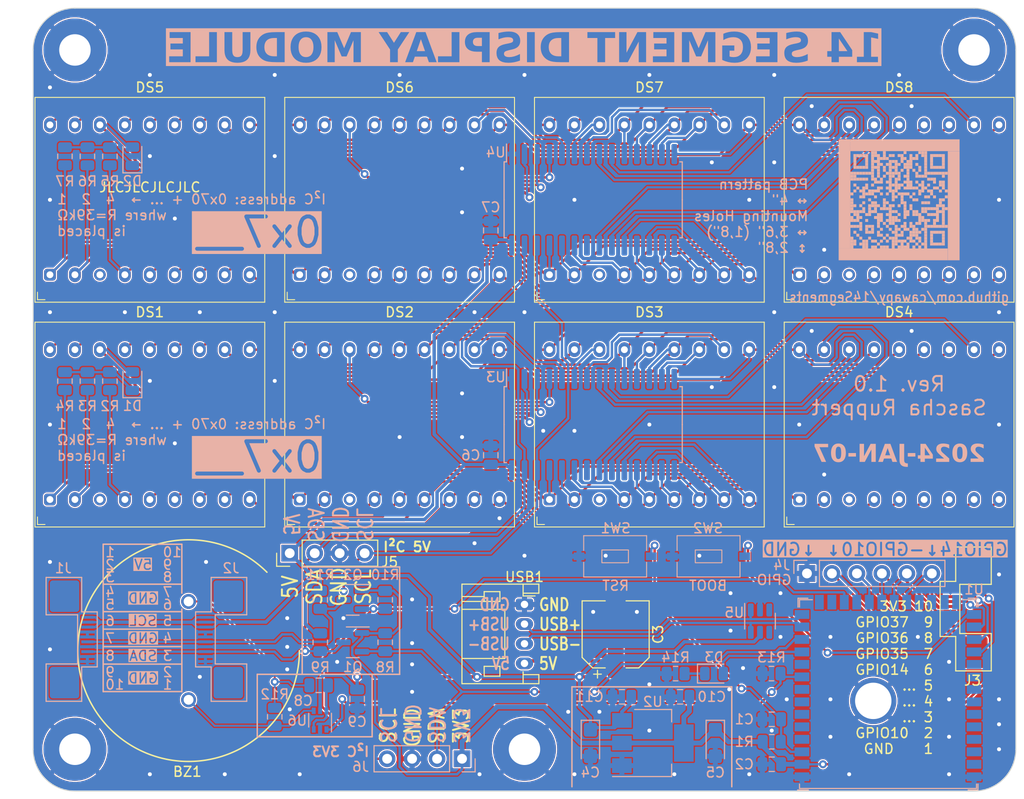
<source format=kicad_pcb>
(kicad_pcb (version 20221018) (generator pcbnew)
  (layers (0 "F.Cu" signal) (31 "B.Cu" signal) (34 "B.Paste" user) (35 "F.Paste" user) (36 "B.SilkS" user "B.Silkscreen") (37 "F.SilkS" user "F.Silkscreen") (38 "B.Mask" user) (39 "F.Mask" user) (44 "Edge.Cuts" user))
  (net 0 "")
  (net 5 "GND")
  (net 6 "/USB_D_PLUS")
  (net 7 "/USB_D_MINUS")
  (net 8 "/SDA5V")
  (net 9 "/SDA3V3")
  (net 10 "/SCL5V")
  (net 11 "/SCL3V3")
  (net 12 "/IO14")
  (net 13 "/IO13")
  (net 14 "/IO12")
  (net 15 "/IO11")
  (net 16 "/IO10")
  (net 17 "/DisplayGroup0/SEG_{E}")
  (net 18 "/DisplayGroup0/SEG_{N}")
  (net 19 "/DisplayGroup0/SEG_{M}")
  (net 20 "/DisplayGroup0/SEG_{L}")
  (net 21 "/DisplayGroup0/SEG_{G2}")
  (net 22 "/DisplayGroup0/SEG_{D}")
  (net 23 "/DisplayGroup0/SEG_{dp}")
  (net 24 "/DisplayGroup0/SEG_{C}")
  (net 25 "/DisplayGroup0/SEG_{B}")
  (net 26 "/DisplayGroup0/SEG_{A}")
  (net 27 "/DisplayGroup0/SEG_{G1}")
  (net 28 "/DisplayGroup0/SEG_{K}")
  (net 29 "/DisplayGroup0/SEG_{J}")
  (net 30 "/DisplayGroup0/SEG_{H}")
  (net 31 "/DisplayGroup0/SEG_{F}")
  (net 32 "/DisplayGroup1/COM7")
  (net 33 "/DisplayGroup1/COM6")
  (net 34 "/DisplayGroup1/COM5")
  (net 35 "/DisplayGroup1/COM4")
  (net 36 "/DisplayGroup1/COM3")
  (net 37 "/DisplayGroup1/COM2")
  (net 38 "/DisplayGroup1/COM1")
  (net 39 "/DisplayGroup1/COM0")
  (net 40 "/DisplayGroup1/CFG")
  (net 41 "/DisplayGroup1/SEG_{E}")
  (net 42 "/DisplayGroup1/SEG_{N}")
  (net 43 "/DisplayGroup1/SEG_{M}")
  (net 44 "/DisplayGroup1/SEG_{L}")
  (net 45 "/DisplayGroup1/SEG_{G2}")
  (net 46 "/DisplayGroup1/SEG_{D}")
  (net 47 "/DisplayGroup1/SEG_{dp}")
  (net 48 "/DisplayGroup1/SEG_{C}")
  (net 49 "/DisplayGroup1/SEG_{B}")
  (net 50 "/DisplayGroup1/SEG_{A}")
  (net 51 "/DisplayGroup1/SEG_{G1}")
  (net 52 "/DisplayGroup1/SEG_{K}")
  (net 53 "/DisplayGroup1/SEG_{J}")
  (net 54 "/DisplayGroup1/SEG_{H}")
  (net 55 "/DisplayGroup1/SEG_{F}")
  (net 56 "/DisplayGroup0/COM7")
  (net 57 "/DisplayGroup0/COM6")
  (net 58 "/DisplayGroup0/COM5")
  (net 59 "/DisplayGroup0/COM4")
  (net 60 "/DisplayGroup0/COM3")
  (net 61 "/DisplayGroup0/COM2")
  (net 62 "/DisplayGroup0/COM1")
  (net 63 "/DisplayGroup0/COM0")
  (net 64 "/DisplayGroup0/CFG")
  (net 65 "/CHIP_PU")
  (net 66 "/BOOT")
  (net 67 "+5V")
  (net 68 "+3V3")
  (net 71 "/GPIO01")
  (net 72 "/GPIO02")
  (net 73 "/GPIO42")
  (net 74 "/GPIO41")
  (net 75 "/GPIO40")
  (net 76 "/GPIO39")
  (net 77 "/GPIO38")
  (net 78 "/GPIO45_NO")
  (net 79 "/GPIO21")
  (net 80 "/GPIO46_NO")
  (net 81 "/GPIO03")
  (net 82 "Net-(D3-K)")
  (net 83 "/GPIO15")
  (net 84 "/GPIO07")
  (net 85 "/GPIO06")
  (net 86 "/GPIO05")
  (net 87 "/GPIO04")
  (net 88 "/IO37")
  (net 89 "/IO36")
  (net 90 "/IO35")
  (net 91 "/BZ+")
  (net 92 "/BZ-")
  (net 93 "/~{SND}")
  (net 94 "/SND")
  (net 95 "/LED")
  (net 96 "/GPIO17")
  (footprint "ProjectLibrary:DIP-18_600_ELL" (layer "F.Cu") (at 188.9 135.56)
    (fp_text reference "DS4")
    (fp_text value "5241AX")
  )
  (footprint "ProjectLibrary:DIP-18_600_ELL" (layer "F.Cu") (at 163.5 112.7)
    (fp_text reference "DS7")
    (fp_text value "5241AX")
  )
  (footprint "ProjectLibrary:DIP-18_600_ELL" (layer "F.Cu") (at 163.5 135.56)
    (fp_text reference "DS3")
    (fp_text value "5241AX")
  )
  (footprint "ProjectLibrary:DIP-18_600_ELL" (layer "F.Cu") (at 138.1 112.7)
    (fp_text reference "DS6")
    (fp_text value "5241AX")
  )
  (footprint "MountingHole:MountingHole_3.2mm_M3_Pad" (layer "F.Cu") (at 196.52 97.46)
    (fp_text reference "H2" hide)
    (fp_text value "MountingHole" hide)
  )
  (footprint "Connector_JST:JST_PH_S4B-PH-K_1x04_P2.00mm_Horizontal" (layer "F.Cu") (at 150.8 153.848 -90)
    (fp_text reference "USB1")
    (fp_text value "JST-PH2.0-4P")
  )
  (footprint "ProjectLibrary:FPC_10" (layer "F.Cu") (at 194.07 154.31 90)
    (fp_text reference "J3")
    (fp_text value "Conn_01x10" hide)
  )
  (footprint "ProjectLibrary:DIP-18_600_ELL" (layer "F.Cu") (at 112.7 135.56)
    (fp_text reference "DS1")
    (fp_text value "5241AX")
  )
  (footprint "Capacitor_SMD:CP_Elec_6.3x7.7" (layer "F.Cu") (at 160.071 156.896 90)
    (fp_text reference "C3")
    (fp_text value "220µF")
  )
  (footprint "ProjectLibrary:DIP-18_600_ELL" (layer "F.Cu") (at 138.1 135.56)
    (fp_text reference "DS2")
    (fp_text value "5241AX")
  )
  (footprint "ProjectLibrary:Buzzer-AC2208A" (layer "F.Cu") (at 116.636994 158.547 90)
    (fp_text reference "BZ1")
    (fp_text value "Buzzer")
  )
  (footprint "MountingHole:MountingHole_3.2mm_M3_Pad" (layer "F.Cu") (at 105.08 97.46)
    (fp_text reference "H1" hide)
    (fp_text value "MountingHole" hide)
  )
  (footprint "ProjectLibrary:DIP-18_600_ELL" (layer "F.Cu") (at 188.9 112.7)
    (fp_text reference "DS8")
    (fp_text value "5241AX")
  )
  (footprint "ProjectLibrary:DIP-18_600_ELL" (layer "F.Cu") (at 112.7 112.7)
    (fp_text reference "DS5")
    (fp_text value "5241AX")
  )
  (footprint "Connector_PinHeader_2.54mm:PinHeader_1x04_P2.54mm_Vertical" (layer "F.Cu") (at 126.924 148.641 90)
    (fp_text reference "J5")
    (fp_text value "Conn_01x04_Pin" hide)
  )
  (footprint "Package_TO_SOT_SMD:SOT-223-3_TabPin2" (layer "B.Cu") (at 163.856 167.945)
    (fp_text reference "U2")
    (fp_text value "AMS1117-3.3")
  )
  (footprint "Package_TO_SOT_SMD:SOT-23" (layer "B.Cu") (at 133.33375 157.70025 180)
    (fp_text reference "Q1")
    (fp_text value "BSS138")
  )
  (footprint "Resistor_SMD:R_0805_2012Metric" (layer "B.Cu") (at 108.636 108.2785 90)
    (fp_text reference "R5")
    (fp_text value "39kΩ")
  )
  (footprint "Capacitor_SMD:C_0805_2012Metric" (layer "B.Cu") (at 147.371 138.674 90)
    (fp_text reference "C6")
    (fp_text value "100nF")
  )
  (footprint "Package_TO_SOT_SMD:SOT-23" (layer "B.Cu") (at 133.33375 153.38225 180)
    (fp_text reference "Q2")
    (fp_text value "BSS138")
  )
  (footprint "Resistor_SMD:R_0805_2012Metric" (layer "B.Cu") (at 130.03175 153.38225 -90)
    (fp_text reference "R11")
    (fp_text value "10kΩ")
  )
  (footprint "Capacitor_SMD:C_0805_2012Metric" (layer "B.Cu") (at 175.946 170.104 180)
    (fp_text reference "C2")
    (fp_text value "100nF")
  )
  (footprint "Capacitor_SMD:C_0805_2012Metric" (layer "B.Cu") (at 160.706 163.246)
    (fp_text reference "C11")
    (fp_text value "100nF")
  )
  (footprint "ProjectLibrary:FPC_10" (layer "B.Cu") (at 118.3514 157.404 -90)
    (fp_text reference "J2")
    (fp_text value "Conn_01x10")
  )
  (footprint "Resistor_SMD:R_0805_2012Metric" (layer "B.Cu") (at 136.63575 157.70025 -90)
    (fp_text reference "R8")
    (fp_text value "10kΩ")
  )
  (footprint "Package_SO:SOIC-28W_7.5x17.9mm_P1.27mm" (layer "B.Cu") (at 157.785 135.56 -90)
    (fp_text reference "U3")
    (fp_text value "HT16K33/28")
  )
  (footprint "Connector_PinHeader_2.54mm:PinHeader_1x06_P2.54mm_Vertical" (layer "B.Cu") (at 179.5274 150.6984 -90)
    (fp_text reference "J4")
    (fp_text value "Conn_01x06_Socket" hide)
  )
  (footprint "Capacitor_Tantalum_SMD:CP_EIA-3216-10_Kemet-I" (layer "B.Cu") (at 157.506 167.945 -90)
    (fp_text reference "C4")
    (fp_text value "10µF")
  )
  (footprint "Diode_SMD:D_0805_2012Metric" (layer "B.Cu") (at 110.922 131.1385 90)
    (fp_text reference "D1")
    (fp_text value "LIZ Elec CD4148WSP")
  )
  (footprint "Capacitor_SMD:C_0805_2012Metric" (layer "B.Cu") (at 175.946 165.532 180)
    (fp_text reference "C1")
    (fp_text value "1µF")
  )
  (footprint "Resistor_SMD:R_0805_2012Metric" (layer "B.Cu") (at 104.064 131.1385 90)
    (fp_text reference "R4")
    (fp_text value "39kΩ")
  )
  (footprint "Resistor_SMD:R_0805_2012Metric" (layer "B.Cu") (at 166.167 160.8838 180)
    (fp_text reference "R14")
    (fp_text value "220Ω")
  )
  (footprint "Resistor_SMD:R_0805_2012Metric" (layer "B.Cu") (at 125.4 165.278 90)
    (fp_text reference "R12")
    (fp_text value "1M")
  )
  (footprint "MountingHole:MountingHole_3.2mm_M3_Pad" (layer "B.Cu") (at 150.8 168.58 180)
    (fp_text reference "H4" hide)
    (fp_text value "MountingHole" hide)
  )
  (footprint "Capacitor_SMD:C_0805_2012Metric" (layer "B.Cu") (at 147.371 115.814 90)
    (fp_text reference "C7")
    (fp_text value "100nF")
  )
  (footprint "Package_TO_SOT_SMD:SOT-363_SC-70-6" (layer "B.Cu") (at 130.0124 165.6184 90)
    (fp_text reference "U6")
    (fp_text value "74LVC2G14")
  )
  (footprint "Capacitor_SMD:C_0805_2012Metric" (layer "B.Cu") (at 166.6242 163.246)
    (fp_text reference "C10")
    (fp_text value "100nF")
  )
  (footprint "Resistor_SMD:R_0805_2012Metric" (layer "B.Cu") (at 108.636 131.1385 90)
    (fp_text reference "R2")
    (fp_text value "39kΩ")
  )
  (footprint "LED_SMD:LED_0805_2012Metric" (layer "B.Cu") (at 170.0786 160.8838)
    (fp_text reference "D3")
    (fp_text value "LED")
  )
  (footprint "Resistor_SMD:R_0805_2012Metric" (layer "B.Cu") (at 104.064 108.2785 90)
    (fp_text reference "R7")
    (fp_text value "39kΩ")
  )
  (footprint "Capacitor_SMD:C_0805_2012Metric" (layer "B.Cu") (at 129.8704 162.0776 180)
    (fp_text reference "C8")
    (fp_text value "1µF")
  )
  (footprint "Package_TO_SOT_SMD:SOT-23-6" (layer "B.Cu") (at 174.7522 155.5498 -90)
    (fp_text reference "U5")
    (fp_text value "SRV05-4")
  )
  (footprint "Diode_SMD:D_0805_2012Metric" (layer "B.Cu") (at 110.922 108.276 90)
    (fp_text reference "D2")
    (fp_text value "LIZ Elec CD4148WSP")
  )
  (footprint "ProjectLibrary:Switch-Order-Ali-2023-12-14" (layer "B.Cu") (at 169.52 148.96 180)
    (fp_text reference "SW2")
    (fp_text value "SW_Push")
  )
  (footprint "ProjectLibrary:ESP32-S3-WROOM-1U_THT-Pad" (layer "B.Cu") (at 187.77 163.12)
    (fp_text reference "U1")
    (fp_text value "ESP32-S3-WROOM-1")
  )
  (footprint "Resistor_SMD:R_0805_2012Metric" (layer "B.Cu") (at 175.9206 160.8838 180)
    (fp_text reference "R13")
    (fp_text value "10kΩ")
  )
  (footprint "ProjectLibrary:Switch-Order-Ali-2023-12-14" (layer "B.Cu") (at 160.02 148.96)
    (fp_text reference "SW1")
    (fp_text value "SW_Push")
  )
  (footprint "Resistor_SMD:R_0805_2012Metric" (layer "B.Cu") (at 136.63575 153.38225 -90)
    (fp_text reference "R10")
    (fp_text value "10kΩ")
  )
  (footprint "Resistor_SMD:R_0805_2012Metric" (layer "B.Cu") (at 106.35 108.2785 90)
    (fp_text reference "R6")
    (fp_text value "39kΩ")
  )
  (footprint "Capacitor_Tantalum_SMD:CP_EIA-3216-10_Kemet-I" (layer "B.Cu") (at 170.206 167.945 -90)
    (fp_text reference "C5")
    (fp_text value "100µF")
  )
  (footprint "Resistor_SMD:R_0805_2012Metric" (layer "B.Cu") (at 130.03175 157.70025 -90)
    (fp_text reference "R9")
    (fp_text value "10kΩ")
  )
  (footprint "ProjectLibrary:FPC_10" (layer "B.Cu") (at 106.35 157.404 90)
    (fp_text reference "J1")
    (fp_text value "Conn_01x10")
  )
  (footprint "Connector_PinHeader_2.54mm:PinHeader_1x04_P2.54mm_Vertical" (layer "B.Cu") (at 144.45 169.5452 90)
    (fp_text reference "J6")
    (fp_text value "Conn_01x04_Pin" hide)
  )
  (footprint "Resistor_SMD:R_0805_2012Metric" (layer "B.Cu") (at 175.946 167.818)
    (fp_text reference "R1")
    (fp_text value "10kΩ")
  )
  (footprint "Capacitor_SMD:C_0805_2012Metric" (layer "B.Cu") (at 133.782 163.4644 -90)
    (fp_text reference "C9")
    (fp_text value "1µF")
  )
  (footprint "MountingHole:MountingHole_3.2mm_M3_Pad" (layer "B.Cu") (at 105.08 168.58 180)
    (fp_text reference "H3" hide)
    (fp_text value "MountingHole" hide)
  )
  (footprint "Resistor_SMD:R_0805_2012Metric" (layer "B.Cu") (at 106.35 131.1385 90)
    (fp_text reference "R3")
    (fp_text value "39kΩ")
  )
  (footprint "Package_SO:SOIC-28W_7.5x17.9mm_P1.27mm" (layer "B.Cu") (at 157.785 112.7 -90)
    (fp_text reference "U4")
    (fp_text value "HT16K33/28")
  )
  (footprint "ProjectLibrary:QR-Code" (layer "B.Cu") (at 188.9 112.7 180)
    (fp_text reference "FID1" hide)
    (fp_text value "Fiducial" hide)
  )
  (gr_line (start 138.1 160.96) (end 123.622 160.96) (stroke (width 0.15)) (layer "B.SilkS"))
  (gr_line (start 171.882 172.39) (end 171.882 162.23) (stroke (width 0.15)) (layer "B.SilkS"))
  (gr_line (start 155.626 162.23) (end 155.626 172.39) (stroke (width 0.15)) (layer "B.SilkS"))
  (gr_line (start 115.954238 151.7906) (end 107.953238 151.7906) (stroke (width 0.15)) (layer "B.SilkS"))
  (gr_line (start 115.954238 158.1406) (end 107.953238 158.1406) (stroke (width 0.15)) (layer "B.SilkS"))
  (gr_line (start 107.953238 147.7266) (end 107.953238 162.7126) (stroke (width 0.15)) (layer "B.SilkS"))
  (gr_line (start 115.954238 156.3626) (end 107.953238 156.3626) (stroke (width 0.15)) (layer "B.SilkS"))
  (gr_line (start 123.622 167.31) (end 123.622 160.96) (stroke (width 0.15)) (layer "B.SilkS"))
  (gr_line (start 138.1 150.038) (end 138.1 160.96) (stroke (width 0.15)) (layer "B.SilkS"))
  (gr_line (start 128.194 160.96) (end 128.194 150.038) (stroke (width 0.15)) (layer "B.SilkS"))
  (gr_line (start 115.954238 162.7126) (end 115.954238 154.3306) (stroke (width 0.15)) (layer "B.SilkS"))
  (gr_line (start 135.306 160.96) (end 135.306 167.31) (stroke (width 0.15)) (layer "B.SilkS"))
  (gr_line (start 115.954238 162.7126) (end 107.953238 162.7126) (stroke (width 0.15)) (layer "B.SilkS"))
  (gr_line (start 171.882 162.23) (end 155.626 162.23) (stroke (width 0.15)) (layer "B.SilkS"))
  (gr_line (start 115.954238 159.9186) (end 107.953238 159.9186) (stroke (width 0.15)) (layer "B.SilkS"))
  (gr_line (start 107.953238 147.7266) (end 115.954238 147.7266) (stroke (width 0.15)) (layer "B.SilkS"))
  (gr_line (start 115.954238 152.705) (end 115.954238 147.7266) (stroke (width 0.15)) (layer "B.SilkS"))
  (gr_line (start 115.954238 154.5846) (end 107.953238 154.5846) (stroke (width 0.15)) (layer "B.SilkS"))
  (gr_line (start 135.306 167.31) (end 123.622 167.31) (stroke (width 0.15)) (layer "B.SilkS"))
  (gr_line (start 128.194 150.038) (end 138.1 150.038) (stroke (width 0.15)) (layer "B.SilkS"))
  (gr_arc (start 127.909673 158.547) (mid 106.222397 162.860867) (end 124.607982 150.576012) (stroke (width 0.15)) (layer "F.SilkS"))
  (gr_line (start 196.52 93.21) (end 105.08 93.21) (stroke (width 0.1)) (layer "Edge.Cuts"))
  (gr_line (start 200.77 97.46) (end 200.77 168.58) (stroke (width 0.1)) (layer "Edge.Cuts"))
  (gr_arc (start 105.08 172.83) (mid 102.074796 171.585204) (end 100.83 168.58) (stroke (width 0.1)) (layer "Edge.Cuts"))
  (gr_line (start 196.52 172.83) (end 105.08 172.83) (stroke (width 0.1)) (layer "Edge.Cuts"))
  (gr_arc (start 200.77 168.58) (mid 199.525204 171.585204) (end 196.52 172.83) (stroke (width 0.1)) (layer "Edge.Cuts"))
  (gr_line (start 100.83 168.58) (end 100.83 97.46) (stroke (width 0.1)) (layer "Edge.Cuts"))
  (gr_arc (start 100.83 97.46) (mid 102.074796 94.454796) (end 105.08 93.21) (stroke (width 0.1)) (layer "Edge.Cuts"))
  (gr_arc (start 196.52 93.21) (mid 199.525204 94.454796) (end 200.77 97.46) (stroke (width 0.1)) (layer "Edge.Cuts"))
  (gr_text "14 SEGMENT DISPLAY MODULE" (at 150.8 97.46) (layer "F.Cu") (effects (font (size 3 3) (thickness 0.2) bold italic)))
  (gr_text "SCL\nGND\nSDA\n5V" (at 126.162 145.72 -90) (layer "B.SilkS") (effects (font (size 1.54 1.2) (thickness 0.2)) (justify bottom mirror)))
  (gr_text "5" (at 113.922238 156.1086) (layer "B.SilkS") (effects (font (size 1 1)) (justify right bottom mirror)))
  (gr_text "5" (at 108.080238 154.4576) (layer "B.SilkS") (effects (font (size 1 1)) (justify right bottom mirror)))
  (gr_text "8" (at 113.922238 151.6636) (layer "B.SilkS") (effects (font (size 1 1)) (justify right bottom mirror)))
  (gr_text "10" (at 108.080238 162.5856) (layer "B.SilkS") (effects (font (size 1 1)) (justify right bottom mirror)))
  (gr_text "Rev. 1.0\nSascha Ruppert" (at 188.9 132.639) (layer "B.SilkS") (effects (font (size 1.5 1.5) (thickness 0.2)) (justify mirror)))
  (gr_text "7" (at 108.080238 157.8866) (layer "B.SilkS") (effects (font (size 1 1)) (justify right bottom mirror)))
  (gr_text "10" (at 113.922238 149.1236) (layer "B.SilkS") (effects (font (size 1 1)) (justify right bottom mirror)))
  (gr_text "I²C address: 0x70 + ... →  4  2  1\nwhere R=39kΩ\nis placed" (at 103.175 134.925) (layer "B.SilkS") (effects (font (size 1 1)) (justify right top mirror)))
  (gr_text "GND" (at 112.017238 161.9506) (layer "B.SilkS" knockout) (effects (font (size 1 1)) (justify bottom mirror)))
  (gr_text "3" (at 113.922238 159.6646) (layer "B.SilkS") (effects (font (size 1 1)) (justify right bottom mirror)))
  (gr_text "0x7__\n" (at 130.48 117.78) (layer "B.SilkS" knockout) (effects (font (size 3 3) (thickness 0.4)) (justify left bottom mirror)))
  (gr_text "I²C address: 0x70 + ... →  4  2  1\nwhere R=39kΩ\nis placed\n" (at 103.175 112.065) (layer "B.SilkS") (effects (font (size 1 1)) (justify right top mirror)))
  (gr_text "4" (at 108.080238 153.1876) (layer "B.SilkS") (effects (font (size 1 1)) (justify right bottom mirror)))
  (gr_text "SDA" (at 112.017238 159.6646) (layer "B.SilkS" knockout) (effects (font (size 1 1)) (justify bottom mirror)))
  (gr_text "3" (at 108.080238 151.6636) (layer "B.SilkS") (effects (font (size 1 1)) (justify right bottom mirror)))
  (gr_text "5V" (at 112.017238 150.3936) (layer "B.SilkS" knockout) (effects (font (size 1 1)) (justify bottom mirror)))
  (gr_text "9" (at 108.080238 161.3156) (layer "B.SilkS") (effects (font (size 1 1)) (justify right bottom mirror)))
  (gr_text "6" (at 108.080238 156.1086) (layer "B.SilkS") (effects (font (size 1 1)) (justify right bottom mirror)))
  (gr_text "1" (at 108.080238 149.1236) (layer "B.SilkS") (effects (font (size 1 1)) (justify right bottom mirror)))
  (gr_text "14 SEGMENT DISPLAY MODULE" (at 150.8 97.46) (layer "B.SilkS" knockout) (effects (font (size 3 3) (thickness 0.2) bold italic) (justify mirror)))
  (gr_text "3V3\nSDA\nGND\nSCL\n" (at 140.64 168.072 270) (layer "B.SilkS") (effects (font (size 1.54 1.3) (thickness 0.2)) (justify left mirror)))
  (gr_text "1" (at 113.922238 162.5856) (layer "B.SilkS") (effects (font (size 1 1)) (justify right bottom mirror)))
  (gr_text "GND" (at 112.017238 157.8866) (layer "B.SilkS" knockout) (effects (font (size 1 1)) (justify bottom mirror)))
  (gr_text "4" (at 113.922238 157.8866) (layer "B.SilkS") (effects (font (size 1 1)) (justify right bottom mirror)))
  (gr_text "9" (at 113.922238 150.3936) (layer "B.SilkS") (effects (font (size 1 1)) (justify right bottom mirror)))
  (gr_text "0x7__\n" (at 130.48 140.64) (layer "B.SilkS" knockout) (effects (font (size 3 3) (thickness 0.4)) (justify left bottom mirror)))
  (gr_text "7" (at 113.922238 153.1876) (layer "B.SilkS") (effects (font (size 1 1)) (justify right bottom mirror)))
  (gr_text "2" (at 113.922238 161.3156) (layer "B.SilkS") (effects (font (size 1 1)) (justify right bottom mirror)))
  (gr_text "SCL" (at 112.017238 156.1086) (layer "B.SilkS" knockout) (effects (font (size 1 1)) (justify bottom mirror)))
  (gr_text "GND\nUSB+\nUSB-\n5V" (at 149.4284 156.8706) (layer "B.SilkS") (effects (font (size 1.24 1) (thickness 0.2)) (justify left mirror)))
  (gr_text "2" (at 108.080238 150.3936) (layer "B.SilkS") (effects (font (size 1 1)) (justify right bottom mirror)))
  (gr_text "2024-JAN-07" (at 188.9 138.608) (layer "B.SilkS") (effects (font (size 1.8 1.8) (thickness 0.2) bold italic) (justify mirror)))
  (gr_text "6" (at 113.922238 154.4576) (layer "B.SilkS") (effects (font (size 1 1)) (justify right bottom mirror)))
  (gr_text "8" (at 108.080238 159.6646) (layer "B.SilkS") (effects (font (size 1 1)) (justify right bottom mirror)))
  (gr_text "GND" (at 112.017238 153.8226) (layer "B.SilkS" knockout) (effects (font (size 1 1)) (justify bottom mirror)))
  (gr_text "github.com/cawapy/14Segments" (at 188.9 122.606) (layer "B.SilkS") (effects (font (size 1 0.9)) (justify mirror)))
  (gr_text "PCB pattern\n↔ 4{dblquote}\nMounting Holes\n↔ 3,6{dblquote} (1,8{dblquote})\n↕ 2,8{dblquote}" (at 179.756 118.161) (layer "B.SilkS") (effects (font (size 1 1)) (justify left bottom mirror)))
  (gr_text "JLCJLCJLCJLC" (at 112.7 111.43) (layer "F.SilkS") (effects (font (size 1 1))))
  (gr_text "SCL\nGND\nSDA\n3V3\n" (at 140.64 164.262 90) (layer "F.SilkS") (effects (font (size 1.54 1.3) (thickness 0.2)) (justify right)))
  (gr_text "3V3 10\nGPIO37  9\nGPIO36  8\nGPIO35  7\nGPIO14  6\n... 5\n... 4\n... 3\nGPIO10  2\nGND    1" (at 192.456 153.467) (layer "F.SilkS") (effects (font (size 1 1)) (justify right top)))
  (gr_text "5V\nSDA\nGND\nSCL" (at 135.306 152.07 90) (layer "F.SilkS") (effects (font (size 1.54 1.3) (thickness 0.2)) (justify bottom)))
  (gr_text "GND\nUSB+\nUSB-\n5V" (at 152.1716 156.8706) (layer "F.SilkS") (effects (font (size 1.24 1) (thickness 0.2)) (justify left)))
  (segment (start 181.9559 156.7845) (end 180.6958 155.5244) (width 0.25) (layer "F.Cu") (net 5))
  (segment (start 192.831608 156.7845) (end 190.805 157.15) (width 0.25) (layer "F.Cu") (net 5))
  (segment (start 179.5274 154.356) (end 179.5274 150.6984) (width 0.3) (layer "F.Cu") (net 5))
  (segment (start 190.805 157.15) (end 181.915 157.15) (width 0.25) (layer "F.Cu") (net 5))
  (segment (start 180.6958 155.5244) (end 179.5274 154.356) (width 0.3) (layer "F.Cu") (net 5))
  (segment (start 181.915 157.15) (end 181.9559 156.7845) (width 0.25) (layer "F.Cu") (net 5))
  (via (at 155.88 112.7) (size 0.8) (drill 0.4) (layers "F.Cu" "B.Cu") (net 5))
  (via (at 126.67 158.166) (size 0.8) (drill 0.4) (layers "F.Cu" "B.Cu") (net 5))
  (via (at 125.4 108.255) (size 0.8) (drill 0.4) (layers "F.Cu" "B.Cu") (net 5))
  (via (at 166.04 171.12) (size 0.8) (drill 0.4) (layers "F.Cu" "B.Cu") (net 5))
  (via (at 171.755 152.705) (size 0.8) (drill 0.4) (layers "F.Cu" "B.Cu") (net 5))
  (via (at 199.06 168.58) (size 0.8) (drill 0.4) (layers "F.Cu" "B.Cu") (net 5))
  (via (at 199.06 150.8) (size 0.8) (drill 0.4) (layers "F.Cu" "B.Cu") (net 5))
  (via (at 102.54 124.13) (size 0.8) (drill 0.4) (layers "F.Cu" "B.Cu") (net 5))
  (via (at 144.45 113.97) (size 0.8) (drill 0.4) (layers "F.Cu" "B.Cu") (net 5))
  (via (at 102.54 135.56) (size 0.8) (drill 0.4) (layers "F.Cu" "B.Cu") (net 5))
  (via (at 171.628 162.484) (size 0.8) (drill 0.4) (layers "F.Cu" "B.Cu") (net 5))
  (via (at 145.72 124.13) (size 0.8) (drill 0.4) (layers "F.Cu" "B.Cu") (net 5))
  (via (at 112.7 108.255) (size 0.8) (drill 0.4) (layers "F.Cu" "B.Cu") (net 5))
  (via (at 168.58 148.895) (size 0.8) (drill 0.4) (layers "F.Cu" "B.Cu") (net 5))
  (via (at 193.98 171.12) (size 0.8) (drill 0.4) (layers "F.Cu" "B.Cu") (net 5))
  (via (at 125.4 131.115) (size 0.8) (drill 0.4) (layers "F.Cu" "B.Cu") (net 5))
  (via (at 193.98 167.31) (size 0.8) (drill 0.4) (layers "F.Cu" "B.Cu") (net 5))
  (via (at 138.1 100) (size 0.8) (drill 0.4) (layers "F.Cu" "B.Cu") (net 5))
  (via (at 112.7 171.12) (size 0.8) (drill 0.4) (layers "F.Cu" "B.Cu") (net 5))
  (via (at 169.85 108.89) (size 0.8) (drill 0.4) (layers "F.Cu" "B.Cu") (net 5))
  (via (at 162.23 154.61) (size 0.8) (drill 0.4) (layers "F.Cu" "B.Cu") (net 5))
  (via (at 177.47 163.5) (size 0.8) (drill 0.4) (layers "F.Cu" "B.Cu") (net 5))
  (via (at 115.24 137.465) (size 0.8) (drill 0.4) (layers "F.Cu" "B.Cu") (net 5))
  (via (at 112.7 100) (size 0.8) (drill 0.4) (layers "F.Cu" "B.Cu") (net 5))
  (via (at 150.8 124.13) (size 0.8) (drill 0.4) (layers "F.Cu" "B.Cu") (net 5))
  (via (at 139.37 162.738) (size 0.8) (drill 0.4) (layers "F.Cu" "B.Cu") (net 5))
  (via (at 155.245 164.77) (size 0.8) (drill 0.4) (layers "F.Cu" "B.Cu") (net 5))
  (via (at 110.16 124.13) (size 0.8) (drill 0.4) (layers "F.Cu" "B.Cu") (net 5))
  (via (at 181.915 167.31) (size 0.8) (drill 0.4) (layers "F.Cu" "B.Cu") (net 5))
  (via (at 190.17 103.175) (size 0.8) (drill 0.4) (layers "F.Cu" "B.Cu") (net 5))
  (via (at 126.67 160.452) (size 0.8) (drill 0.4) (layers "F.Cu" "B.Cu") (net 5))
  (via (at 157.785 154.61) (size 0.8) (drill 0.4) (layers "F.Cu" "B.Cu") (net 5))
  (via (at 199.06 166.04) (size 0.8) (drill 0.4) (layers "F.Cu" "B.Cu") (net 5))
  (via (at 155.88 171.12) (size 0.8) (drill 0.4) (layers "F.Cu" "B.Cu") (net 5))
  (via (at 193.98 159.69) (size 0.8) (drill 0.4) (layers "F.Cu" "B.Cu") (net 5))
  (via (at 155.88 136.195) (size 0.8) (drill 0.4) (layers "F.Cu" "B.Cu") (net 5))
  (via (at 163.5 166.675) (size 0.8) (drill 0.4) (layers "F.Cu" "B.Cu") (net 5))
  (via (at 173.025 160.325) (size 0.8) (drill 0.4) (layers "F.Cu" "B.Cu") (net 5))
  (via (at 126.67 155.245) (size 0.8) (drill 0.4) (layers "F.Cu" "B.Cu") (net 5))
  (via (at 199.06 163.5) (size 0.8) (drill 0.4) (layers "F.Cu" "B.Cu") (net 5))
  (via (at 148.26 145.085) (size 0.8) (drill 0.4) (layers "F.Cu" "B.Cu") (net 5))
  (via (at 117.78 161.214) (size 0.8) (drill 0.4) (layers "F.Cu" "B.Cu") (net 5))
  (via (at 139.37 153.34) (size 0.8) (drill 0.4) (layers "F.Cu" "B.Cu") (net 5))
  (via (at 175.946 166.675) (size 0.8) (drill 0.4) (layers "F.Cu" "B.Cu") (net 5))
  (via (at 176.2 100) (size 0.8) (drill 0.4) (layers "F.Cu" "B.Cu") (net 5))
  (via (at 125.4 124.13) (size 0.8) (drill 0.4) (layers "F.Cu" "B.Cu") (net 5))
  (via (at 125.4 100) (size 0.8) (drill 0.4) (layers "F.Cu" "B.Cu") (net 5))
  (via (at 158.42 164.77) (size 0.8) (drill 0.4) (layers "F.Cu" "B.Cu") (net 5))
  (via (at 173.66 112.7) (size 0.8) (drill 0.4) (layers "F.Cu" "B.Cu") (net 5))
  (via (at 163.5 100) (size 0.8) (drill 0.4) (layers "F.Cu" "B.Cu") (net 5))
  (via (at 152.705 136.195) (size 0.8) (drill 0.4) (layers "F.Cu" "B.Cu") (net 5))
  (via (at 181.915 163.5) (size 0.8) (drill 0.4) (layers "F.Cu" "B.Cu") (net 5))
  (via (at 163.5 135.56) (size 0.8) (drill 0.4) (layers "F.Cu" "B.Cu") (net 5))
  (via (at 131.75 159.69) (size 0.8) (drill 0.4) (layers "F.Cu" "B.Cu") (net 5))
  (via (at 139.37 159.944) (size 0.8) (drill 0.4) (layers "F.Cu" "B.Cu") (net 5))
  (via (at 102.54 101.27) (size 0.8) (drill 0.4) (layers "F.Cu" "B.Cu") (net 5))
  (via (at 176.835 152.705) (size 0.8) (drill 0.4) (layers "F.Cu" "B.Cu") (net 5))
  (via (at 146.228 171.12) (size 0.8) (drill 0.4) (layers "F.Cu" "B.Cu") (net 5))
  (via (at 173.66 171.12) (size 0.8) (drill 0.4) (layers "F.Cu" "B.Cu") (net 5))
  (via (at 176.2 131.75) (size 0.8) (drill 0.4) (layers "F.Cu" "B.Cu") (net 5))
  (via (at 181.28 117.78) (size 0.8) (drill 0.4) (layers "F.Cu" "B.Cu") (net 5))
  (via (at 199.06 124.13) (size 0.8) (drill 0.4) (layers "F.Cu" "B.Cu") (net 5))
  (via (at 150.8 148.895) (size 0.8) (drill 0.4) (layers "F.Cu" "B.Cu") (net 5))
  (via (at 178.74 135.56) (size 0.8) (drill 0.4) (layers "F.Cu" "B.Cu") (net 5))
  (via (at 199.06 135.56) (size 0.8) (drill 0.4) (layers "F.Cu" "B.Cu") (net 5))
  (via (at 180.01 126.035) (size 0.8) (drill 0.4) (layers "F.Cu" "B.Cu") (net 5))
  (via (at 118.415 149.53) (size 0.8) (drill 0.4) (layers "F.Cu" "B.Cu") (net 5))
  (via (at 115.24 114.605) (size 0.8) (drill 0.4) (layers "F.Cu" "B.Cu") (net 5))
  (via (at 199.06 112.7) (size 0.8) (drill 0.4) (layers "F.Cu" "B.Cu") (net 5))
  (via (at 139.37 157.785) (size 0.8) (drill 0.4) (layers "F.Cu" "B.Cu") (net 5))
  (via (at 169.85 131.75) (size 0.8) (drill 0.4) (layers "F.Cu" "B.Cu") (net 5))
  (via (at 176.2 108.89) (size 0.8) (drill 0.4) (layers "F.Cu" "B.Cu") (net 5))
  (via (at 159.055 148.895) (size 0.8) (drill 0.4) (layers "F.Cu" "B.Cu") (net 5))
  (via (at 132.385 155.245) (size 0.8) (drill 0.4) (layers "F.Cu" "B.Cu") (net 5))
  (via (at 163.5 161.976) (size 0.8) (drill 0.4) (layers "F.Cu" "B.Cu") (net 5))
  (via (at 127.94 171.12) (size 0.8) (drill 0.4) (layers "F.Cu" "B.Cu") (net 5))
  (via (at 171.755 156.515) (size 0.8) (drill 0.4) (layers "F.Cu" "B.Cu") (net 5))
  (via (at 193.98 163.5) (size 0.8) (drill 0.4) (layers "F.Cu" "B.Cu") (net 5))
  (via (at 144.45 132.385) (size 0.8) (drill 0.4) (layers "F.Cu" "B.Cu") (net 5))
  (via (at 126.924 164.516) (size 0.8) (drill 0.4) (layers "F.Cu" "B.Cu") (net 5))
  (via (at 102.54 112.7) (size 0.8) (drill 0.4) (layers "F.Cu" "B.Cu") (net 5))
  (via (at 188.9 100) (size 0.8) (drill 0.4) (layers "F.Cu" "B.Cu") (net 5))
  (via (at 138.1 136.83) (size 0.8) (drill 0.4) (layers "F.Cu" "B.Cu") (net 5))
  (via (at 190.805 157.15) (size 0.8) (drill 0.4) (layers "F.Cu" "B.Cu") (net 5))
  (via (at 112.7 131.115) (size 0.8) (drill 0.4) (layers "F.Cu" "B.Cu") (net 5))
  (via (at 144.45 109.525) (size 0.8) (drill 0.4) (layers "F.Cu" "B.Cu") (net 5))
  (via (at 176.2 124.13) (size 0.8) (drill 0.4) (layers "F.Cu" "B.Cu") (net 5))
  (via (at 183.82 171.12) (size 0.8) (drill 0.4) (layers "F.Cu" "B.Cu") (net 5))
  (via (at 144.45 136.83) (size 0.8) (drill 0.4) (layers "F.Cu" "B.Cu") (net 5))
  (via (at 181.28 140.64) (size 0.8) (drill 0.4) (layers "F.Cu" "B.Cu") (net 5))
  (via (at 176.835 157.15) (size 0.8) (drill 0.4) (layers "F.Cu" "B.Cu") (net 5))
  (via (at 190.17 126.035) (size 0.8) (drill 0.4) (layers "F.Cu" "B.Cu") (net 5))
  (via (at 117.78 124.13) (size 0.8) (drill 0.4) (layers "F.Cu" "B.Cu") (net 5))
  (via (at 181.915 157.15) (size 0.8) (drill 0.4) (layers "F.Cu" "B.Cu") (net 5))
  (via (at 180.01 103.175) (size 0.8) (drill 0.4) (layers "F.Cu" "B.Cu") (net 5))
  (via (at 120.32 171.12) (size 0.8) (drill 0.4) (layers "F.Cu" "B.Cu") (net 5))
  (via (at 150.8 100) (size 0.8) (drill 0.4) (layers "F.Cu" "B.Cu") (net 5))
  (via (at 102.54 149.53) (size 0.8) (drill 0.4) (layers "F.Cu" "B.Cu") (net 5))
  (via (at 145.72 147.625) (size 0.8) (drill 0.4) (layers "F.Cu" "B.Cu") (net 5))
  (via (at 102.54 158.42) (size 0.8) (drill 0.4) (layers "F.Cu" "B.Cu") (net 5))
  (segment (start 150.132 119.976858) (end 150.132 116.287774) (width 0.35) (layer "B.Cu") (net 5))
  (segment (start 149.53 111.2268) (end 149.53 108.05) (width 0.35) (layer "B.Cu") (net 5))
  (segment (start 174.7522 152.9844) (end 174.7522 154.4123) (width 0.35) (layer "B.Cu") (net 5))
  (segment (start 146.453558 123.6553) (end 150.132 119.976858) (width 0.35) (layer "B.Cu") (net 5))
  (segment (start 149.53 134.417) (end 149.53 130.91) (width 0.35) (layer "B.Cu") (net 5))
  (segment (start 147.371 137.724) (end 149.6112 137.724) (width 0.35) (layer "B.Cu") (net 5))
  (segment (start 149.53 130.91) (end 147.7792 130.91) (width 0.35) (layer "B.Cu") (net 5))
  (segment (start 148.708226 114.864) (end 147.371 114.864) (width 0.35) (layer "B.Cu") (net 5))
  (segment (start 147.3506 114.8844) (end 147.371 114.864) (width 0.35) (layer "B.Cu") (net 5))
  (segment (start 142.205 127.3558) (end 142.205 128.493858) (width 0.35) (layer "B.Cu") (net 5))
  (segment (start 174.422 152.6542) (end 174.7522 152.9844) (width 0.35) (layer "B.Cu") (net 5))
  (segment (start 149.6112 137.724) (end 149.6316 137.7444) (width 0.35) (layer "B.Cu") (net 5))
  (segment (start 180.3208 171.38) (end 180.645 171.7042) (width 0.25) (layer "B.Cu") (net 5))
  (segment (start 145.9055 123.6553) (end 146.453558 123.6553) (width 0.35) (layer "B.Cu") (net 5))
  (segment (start 145.4308 124.13) (end 142.205 127.3558) (width 0.35) (layer "B.Cu") (net 5))
  (segment (start 147.371 114.864) (end 147.371 113.3858) (width 0.35) (layer "B.Cu") (net 5))
  (segment (start 179.02 171.38) (end 180.3208 171.38) (width 0.25) (layer "B.Cu") (net 5))
  (segment (start 147.371 113.3858) (end 149.53 111.2268) (width 0.35) (layer "B.Cu") (net 5))
  (segment (start 173.92 171.38) (end 173.66 171.12) (width 0.25) (layer "B.Cu") (net 5))
  (segment (start 145.7708 114.8844) (end 147.3506 114.8844) (width 0.35) (layer "B.Cu") (net 5))
  (segment (start 168.84 171.38) (end 168.58 171.12) (width 0.25) (layer "B.Cu") (net 5))
  (segment (start 173.66 171.12) (end 173.4 171.38) (width 0.25) (layer "B.Cu") (net 5))
  (segment (start 145.72 123.8408) (end 145.72 124.13) (width 0.35) (layer "B.Cu") (net 5))
  (segment (start 147.7792 130.91) (end 146.6344 132.0548) (width 0.35) (layer "B.Cu") (net 5))
  (segment (start 145.765942 132.0548) (end 146.6344 132.0548) (width 0.35) (layer "B.Cu") (net 5))
  (segment (start 147.371 137.724) (end 147.371 136.576) (width 0.35) (layer "B.Cu") (net 5))
  (segment (start 179.02 171.38) (end 173.92 171.38) (width 0.25) (layer "B.Cu") (net 5))
  (segment (start 147.371 136.576) (end 149.53 134.417) (width 0.35) (layer "B.Cu") (net 5))
  (segment (start 145.72 124.13) (end 145.4308 124.13) (width 0.35) (layer "B.Cu") (net 5))
  (segment (start 173.3298 152.6542) (end 174.422 152.6542) (width 0.35) (layer "B.Cu") (net 5))
  (segment (start 145.9055 123.6553) (end 145.72 123.8408) (width 0.35) (layer "B.Cu") (net 5))
  (segment (start 173.4 171.38) (end 168.84 171.38) (width 0.25) (layer "B.Cu") (net 5))
  (segment (start 142.205 128.493858) (end 145.765942 132.0548) (width 0.35) (layer "B.Cu") (net 5))
  (segment (start 150.132 116.287774) (end 148.708226 114.864) (width 0.35) (layer "B.Cu") (net 5))
  (segment (start 173.8022 154.4123) (end 173.8022 155.3404) (width 0.25) (layer "B.Cu") (net 6))
  (segment (start 173.8124 155.3506) (end 165.477442 155.3506) (width 0.25) (layer "B.Cu") (net 6))
  (segment (start 178.5394 155.3506) (end 173.8124 155.3506) (width 0.25) (layer "B.Cu") (net 6))
  (segment (start 173.8022 155.3404) (end 173.8124 155.3506) (width 0.25) (layer "B.Cu") (net 6))
  (segment (start 151.6234 156.6714) (end 164.156642 156.6714) (width 0.25) (layer "B.Cu") (net 6))
  (segment (start 165.477442 155.3506) (end 164.156642 156.6714) (width 0.25) (layer "B.Cu") (net 6))
  (segment (start 179.02 154.87) (end 178.5394 155.3506) (width 0.25) (layer "B.Cu") (net 6))
  (segment (start 151.6234 156.6714) (end 150.8 155.848) (width 0.25) (layer "B.Cu") (net 6))
  (segment (start 178.6076 155.7276) (end 173.8124 155.7276) (width 0.25) (layer "B.Cu") (net 7))
  (segment (start 179.02 156.14) (end 178.6076 155.7276) (width 0.25) (layer "B.Cu") (net 7))
  (segment (start 164.3128 157.0484) (end 165.6336 155.7276) (width 0.25) (layer "B.Cu") (net 7))
  (segment (start 150.8 157.848) (end 151.5996 157.0484) (width 0.25) (layer "B.Cu") (net 7))
  (segment (start 173.8124 155.7276) (end 165.6336 155.7276) (width 0.25) (layer "B.Cu") (net 7))
  (segment (start 173.8022 156.6873) (end 173.8022 155.7378) (width 0.25) (layer "B.Cu") (net 7))
  (segment (start 151.5996 157.0484) (end 164.3128 157.0484) (width 0.25) (layer "B.Cu") (net 7))
  (segment (start 173.8022 155.7378) (end 173.8124 155.7276) (width 0.25) (layer "B.Cu") (net 7))
  (segment (start 129.464 148.641) (end 128.4988 149.6062) (width 0.25) (layer "F.Cu") (net 8))
  (segment (start 128.4988 149.6062) (end 128.4988 158.5978) (width 0.25) (layer "F.Cu") (net 8))
  (via (at 128.4988 158.5978) (size 0.8) (drill 0.4) (layers "F.Cu" "B.Cu") (net 8))
  (segment (start 125.38 158.654) (end 106.35 158.654) (width 0.25) (layer "B.Cu") (net 8))
  (segment (start 125.38 158.654) (end 126.162 159.436) (width 0.25) (layer "B.Cu") (net 8))
  (segment (start 149.846516 129.633) (end 145.381 129.633) (width 0.25) (layer "B.Cu") (net 8))
  (segment (start 130.0168 158.5978) (end 130.03175 158.61275) (width 0.25) (layer "B.Cu") (net 8))
  (segment (start 127.178 159.436) (end 128.0162 158.5978) (width 0.25) (layer "B.Cu") (net 8))
  (segment (start 145.381 129.633) (end 144.45 128.702) (width 0.25) (layer "B.Cu") (net 8))
  (segment (start 131.48375 158.61275) (end 130.03175 158.61275) (width 0.25) (layer "B.Cu") (net 8))
  (segment (start 150.165 137.465) (end 150.165 129.951484) (width 0.25) (layer "B.Cu") (net 8))
  (segment (start 150.165 129.951484) (end 149.846516 129.633) (width 0.25) (layer "B.Cu") (net 8))
  (segment (start 144.45 128.702) (end 144.45 127.051) (width 0.25) (layer "B.Cu") (net 8))
  (segment (start 150.8 143.942) (end 148.006 146.736) (width 0.25) (layer "B.Cu") (net 8))
  (segment (start 150.8 140.21) (end 150.8 143.942) (width 0.25) (layer "B.Cu") (net 8))
  (segment (start 150.8 138.1) (end 150.165 137.465) (width 0.25) (layer "B.Cu") (net 8))
  (segment (start 128.0162 158.5978) (end 128.4988 158.5978) (width 0.25) (layer "B.Cu") (net 8))
  (segment (start 131.369 146.736) (end 129.464 148.641) (width 0.25) (layer "B.Cu") (net 8))
  (segment (start 150.8 140.21) (end 150.8 138.1) (width 0.25) (layer "B.Cu") (net 8))
  (segment (start 132.39625 157.70025) (end 131.48375 158.61275) (width 0.25) (layer "B.Cu") (net 8))
  (segment (start 144.45 127.051) (end 150.8 120.701) (width 0.25) (layer "B.Cu") (net 8))
  (segment (start 148.006 146.736) (end 131.369 146.736) (width 0.25) (layer "B.Cu") (net 8))
  (segment (start 126.162 159.436) (end 127.178 159.436) (width 0.25) (layer "B.Cu") (net 8))
  (segment (start 150.8 120.701) (end 150.8 117.35) (width 0.25) (layer "B.Cu") (net 8))
  (segment (start 128.4988 158.5978) (end 130.0168 158.5978) (width 0.25) (layer "B.Cu") (net 8))
  (segment (start 157.912 162.738) (end 151.816 162.738) (width 0.25) (layer "F.Cu") (net 9))
  (via (at 157.912 162.738) (size 0.8) (drill 0.4) (layers "F.Cu" "B.Cu") (net 9))
  (via (at 151.816 162.738) (size 0.8) (drill 0.4) (layers "F.Cu" "B.Cu") (net 9))
  (segment (start 176.774442 158.303) (end 177.377 158.303) (width 0.25) (layer "B.Cu") (net 9))
  (segment (start 178.27 157.41) (end 179.02 157.41) (width 0.25) (layer "B.Cu") (net 9))
  (segment (start 136.63575 158.61275) (end 134.30875 158.61275) (width 0.25) (layer "B.Cu") (net 9))
  (segment (start 157.912 162.738) (end 160.7182 159.9318) (width 0.25) (layer "B.Cu") (net 9))
  (segment (start 140.32475 158.61275) (end 144.45 162.738) (width 0.25) (layer "B.Cu") (net 9))
  (segment (start 144.45 162.738) (end 141.91 165.278) (width 0.25) (layer "B.Cu") (net 9))
  (segment (start 177.377 158.303) (end 178.27 157.41) (width 0.25) (layer "B.Cu") (net 9))
  (segment (start 134.30875 158.61275) (end 134.27125 158.65025) (width 0.25) (layer "B.Cu") (net 9))
  (segment (start 141.91 165.278) (end 141.91 169.5452) (width 0.25) (layer "B.Cu") (net 9))
  (segment (start 144.45 162.738) (end 151.816 162.738) (width 0.25) (layer "B.Cu") (net 9))
  (segment (start 171.4462 158.7034) (end 176.374042 158.7034) (width 0.25) (layer "B.Cu") (net 9))
  (segment (start 160.7182 159.9318) (end 170.2178 159.9318) (width 0.25) (layer "B.Cu") (net 9))
  (segment (start 136.63575 158.61275) (end 140.32475 158.61275) (width 0.25) (layer "B.Cu") (net 9))
  (segment (start 170.2178 159.9318) (end 171.4462 158.7034) (width 0.25) (layer "B.Cu") (net 9))
  (segment (start 176.374042 158.7034) (end 176.774442 158.303) (width 0.25) (layer "B.Cu") (net 9))
  (segment (start 134.544 148.641) (end 132.41935 150.76565) (width 0.25) (layer "F.Cu") (net 10))
  (segment (start 132.41935 150.76565) (end 132.41935 152.51675) (width 0.25) (layer "F.Cu") (net 10))
  (via (at 132.41935 152.51675) (size 0.8) (drill 0.4) (layers "F.Cu" "B.Cu") (net 10))
  (segment (start 155.245 134.925) (end 152.07 138.1) (width 0.25) (layer "B.Cu") (net 10))
  (segment (start 152.07 143.942) (end 147.371 148.641) (width 0.25) (layer "B.Cu") (net 10))
  (segment (start 154.61 125.273) (end 154.61 128.702) (width 0.25) (layer "B.Cu") (net 10))
  (segment (start 152.07 138.1) (end 152.07 140.21) (width 0.25) (layer "B.Cu") (net 10))
  (segment (start 152.07 117.35) (end 152.07 122.733) (width 0.25) (layer "B.Cu") (net 10))
  (segment (start 131.48375 154.29475) (end 130.03175 154.29475) (width 0.25) (layer "B.Cu") (net 10))
  (segment (start 152.07 122.733) (end 154.61 125.273) (width 0.25) (layer "B.Cu") (net 10))
  (segment (start 127.936 157.654) (end 130.8381 157.654) (width 0.25) (layer "B.Cu") (net 10))
  (segment (start 147.371 148.641) (end 134.544 148.641) (width 0.25) (layer "B.Cu") (net 10))
  (segment (start 132.39625 152.53985) (end 132.41935 152.51675) (width 0.25) (layer "B.Cu") (net 10))
  (segment (start 155.245 129.337) (end 155.245 134.925) (width 0.25) (layer "B.Cu") (net 10))
  (segment (start 132.39625 153.38225) (end 132.39625 152.53985) (width 0.25) (layer "B.Cu") (net 10))
  (segment (start 125.404 157.654) (end 126.162 156.896) (width 0.25) (layer "B.Cu") (net 10))
  (segment (start 130.8381 157.654) (end 131.09855 157.39355) (width 0.25) (layer "B.Cu") (net 10))
  (segment (start 127.178 156.896) (end 127.936 157.654) (width 0.25) (layer "B.Cu") (net 10))
  (segment (start 131.09855 155.36155) (end 130.03175 154.29475) (width 0.25) (layer "B.Cu") (net 10))
  (segment (start 131.09855 157.39355) (end 131.09855 155.36155) (width 0.25) (layer "B.Cu") (net 10))
  (segment (start 152.07 140.21) (end 152.07 143.942) (width 0.25) (layer "B.Cu") (net 10))
  (segment (start 132.39625 153.38225) (end 131.48375 154.29475) (width 0.25) (layer "B.Cu") (net 10))
  (segment (start 126.162 156.896) (end 127.178 156.896) (width 0.25) (layer "B.Cu") (net 10))
  (segment (start 154.61 128.702) (end 155.245 129.337) (width 0.25) (layer "B.Cu") (net 10))
  (segment (start 106.35 157.654) (end 125.404 157.654) (width 0.25) (layer "B.Cu") (net 10))
  (segment (start 130.226 159.50175) (end 135.433 154.29475) (width 0.25) (layer "F.Cu") (net 11))
  (segment (start 130.226 164.262) (end 130.226 159.50175) (width 0.25) (layer "F.Cu") (net 11))
  (segment (start 135.5092 169.5452) (end 130.226 164.262) (width 0.25) (layer "F.Cu") (net 11))
  (segment (start 135.433 154.29475) (end 143.688 154.29475) (width 0.25) (layer "F.Cu") (net 11))
  (segment (start 136.83 169.5452) (end 135.5092 169.5452) (width 0.25) (layer "F.Cu") (net 11))
  (via (at 143.688 154.29475) (size 0.8) (drill 0.4) (layers "F.Cu" "B.Cu") (net 11))
  (via (at 135.433 154.29475) (size 0.8) (drill 0.4) (layers "F.Cu" "B.Cu") (net 11))
  (segment (start 183.325 152.705) (end 183.325 153.62) (width 0.25) (layer "B.Cu") (net 11))
  (segment (start 176.8604 151.308) (end 178.1704 152.618) (width 0.25) (layer "B.Cu") (net 11))
  (segment (start 134.30875 154.29475) (end 134.27125 154.33225) (width 0.25) (layer "B.Cu") (net 11))
  (segment (start 146.67475 151.308) (end 176.8604 151.308) (width 0.25) (layer "B.Cu") (net 11))
  (segment (start 178.1704 152.618) (end 183.238 152.618) (width 0.25) (layer "B.Cu") (net 11))
  (segment (start 183.238 152.618) (end 183.325 152.705) (width 0.25) (layer "B.Cu") (net 11))
  (segment (start 136.63575 154.29475) (end 134.30875 154.29475) (width 0.25) (layer "B.Cu") (net 11))
  (segment (start 143.688 154.29475) (end 146.67475 151.308) (width 0.25) (layer "B.Cu") (net 11))
  (segment (start 192.2274 150.6984) (end 192.2274 152.848782) (width 0.25) (layer "F.Cu") (net 12))
  (segment (start 192.2274 152.848782) (end 193.438618 154.06) (width 0.25) (layer "F.Cu") (net 12))
  (segment (start 193.438618 154.06) (end 194.07 154.06) (width 0.25) (layer "F.Cu") (net 12))
  (segment (start 191.694 150.6984) (end 192.2274 150.6984) (width 0.25) (layer "B.Cu") (net 12))
  (segment (start 189.675 152.7174) (end 191.694 150.6984) (width 0.25) (layer "B.Cu") (net 12))
  (segment (start 189.675 153.62) (end 189.675 152.7174) (width 0.25) (layer "B.Cu") (net 12))
  (segment (start 192.703656 154.56) (end 194.07 154.56) (width 0.25) (layer "F.Cu") (net 13))
  (segment (start 189.6874 150.6984) (end 189.6874 151.543744) (width 0.25) (layer "F.Cu") (net 13))
  (segment (start 189.6874 151.543744) (end 192.703656 154.56) (width 0.25) (layer "F.Cu") (net 13))
  (segment (start 188.405 151.9808) (end 189.6874 150.6984) (width 0.25) (layer "B.Cu") (net 13))
  (segment (start 188.405 153.62) (end 188.405 151.9808) (width 0.25) (layer "B.Cu") (net 13))
  (segment (start 191.509 155.06) (end 194.07 155.06) (width 0.25) (layer "F.Cu") (net 14))
  (segment (start 187.1474 150.6984) (end 191.509 155.06) (width 0.25) (layer "F.Cu") (net 14))
  (segment (start 187.1474 150.6984) (end 187.1474 153.6076) (width 0.25) (layer "B.Cu") (net 14))
  (segment (start 187.1474 153.6076) (end 187.135 153.62) (width 0.25) (layer "B.Cu") (net 14))
  (segment (start 189.469 155.56) (end 194.07 155.56) (width 0.25) (layer "F.Cu") (net 15))
  (segment (start 184.6074 150.6984) (end 189.469 155.56) (width 0.25) (layer "F.Cu") (net 15))
  (segment (start 185.865 151.956) (end 184.6074 150.6984) (width 0.25) (layer "B.Cu") (net 15))
  (segment (start 185.865 153.62) (end 185.865 151.956) (width 0.25) (layer "B.Cu") (net 15))
  (segment (start 187.429 156.06) (end 182.0674 150.6984) (width 0.25) (layer "F.Cu") (net 16))
  (segment (start 194.07 156.06) (end 187.429 156.06) (width 0.25) (layer "F.Cu") (net 16))
  (segment (start 184.595 153.62) (end 184.595 152.6926) (width 0.25) (layer "B.Cu") (net 16))
  (segment (start 182.6008 150.6984) (end 182.0674 150.6984) (width 0.25) (layer "B.Cu") (net 16))
  (segment (start 184.595 152.6926) (end 182.6008 150.6984) (width 0.25) (layer "B.Cu") (net 16))
  (segment (start 149.564296 139.8272) (end 131.2928 139.8272) (width 0.25) (layer "F.Cu") (net 17))
  (segment (start 156.6928 139.8272) (end 153.34 143.18) (width 0.25) (layer "F.Cu") (net 17))
  (segment (start 178.74 143.18) (end 178.317096 143.18) (width 0.25) (layer "F.Cu") (net 17))
  (segment (start 131.2928 139.8272) (end 127.94 143.18) (width 0.25) (layer "F.Cu") (net 17))
  (segment (start 105.8928 139.8272) (end 102.54 143.18) (width 0.25) (layer "F.Cu") (net 17))
  (segment (start 124.164296 139.8272) (end 105.8928 139.8272) (width 0.25) (layer "F.Cu") (net 17))
  (segment (start 127.517096 143.18) (end 124.164296 139.8272) (width 0.25) (layer "F.Cu") (net 17))
  (segment (start 174.964296 139.8272) (end 156.6928 139.8272) (width 0.25) (layer "F.Cu") (net 17))
  (segment (start 127.94 143.18) (end 127.517096 143.18) (width 0.25) (layer "F.Cu") (net 17))
  (segment (start 153.34 143.18) (end 152.917096 143.18) (width 0.25) (layer "F.Cu") (net 17))
  (segment (start 152.917096 143.18) (end 149.564296 139.8272) (width 0.25) (layer "F.Cu") (net 17))
  (segment (start 178.317096 143.18) (end 174.964296 139.8272) (width 0.25) (layer "F.Cu") (net 17))
  (segment (start 153.34 140.21) (end 153.34 143.18) (width 0.25) (layer "B.Cu") (net 17))
  (segment (start 104.064 132.051) (end 104.064 141.656) (width 0.25) (layer "B.Cu") (net 17))
  (segment (start 104.064 141.656) (end 102.54 143.18) (width 0.25) (layer "B.Cu") (net 17))
  (segment (start 133.44 140.22) (end 149.423938 140.22) (width 0.25) (layer "F.Cu") (net 18))
  (segment (start 129.555 144.105) (end 130.48 143.18) (width 0.25) (layer "F.Cu") (net 18))
  (segment (start 108.04 140.22) (end 124.023938 140.22) (width 0.25) (layer "F.Cu") (net 18))
  (segment (start 178.00538 144.105) (end 180.355 144.105) (width 0.25) (layer "F.Cu") (net 18))
  (segment (start 155.88 143.18) (end 158.84 140.22) (width 0.25) (layer "F.Cu") (net 18))
  (segment (start 124.023938 140.22) (end 127.015 143.211062) (width 0.25) (layer "F.Cu") (net 18))
  (segment (start 127.20538 144.105) (end 129.555 144.105) (width 0.25) (layer "F.Cu") (net 18))
  (segment (start 180.355 144.105) (end 181.28 143.18) (width 0.25) (layer "F.Cu") (net 18))
  (segment (start 177.815 143.91462) (end 178.00538 144.105) (width 0.25) (layer "F.Cu") (net 18))
  (segment (start 105.08 143.18) (end 108.04 140.22) (width 0.25) (layer "F.Cu") (net 18))
  (segment (start 152.415 143.91462) (end 152.60538 144.105) (width 0.25) (layer "F.Cu") (net 18))
  (segment (start 149.423938 140.22) (end 152.415 143.211062) (width 0.25) (layer "F.Cu") (net 18))
  (segment (start 152.415 143.211062) (end 152.415 143.91462) (width 0.25) (layer "F.Cu") (net 18))
  (segment (start 130.48 143.18) (end 133.44 140.22) (width 0.25) (layer "F.Cu") (net 18))
  (segment (start 152.60538 144.105) (end 154.955 144.105) (width 0.25) (layer "F.Cu") (net 18))
  (segment (start 177.815 143.211062) (end 177.815 143.91462) (width 0.25) (layer "F.Cu") (net 18))
  (segment (start 154.955 144.105) (end 155.88 143.18) (width 0.25) (layer "F.Cu") (net 18))
  (segment (start 127.015 143.211062) (end 127.015 143.91462) (width 0.25) (layer "F.Cu") (net 18))
  (segment (start 127.015 143.91462) (end 127.20538 144.105) (width 0.25) (layer "F.Cu") (net 18))
  (segment (start 174.823938 140.22) (end 177.815 143.211062) (width 0.25) (layer "F.Cu") (net 18))
  (segment (start 158.84 140.22) (end 174.823938 140.22) (width 0.25) (layer "F.Cu") (net 18))
  (segment (start 106.35 132.051) (end 106.35 141.91) (width 0.25) (layer "B.Cu") (net 18))
  (segment (start 154.61 141.91) (end 155.88 143.18) (width 0.25) (layer "B.Cu") (net 18))
  (segment (start 154.61 140.21) (end 154.61 141.91) (width 0.25) (layer "B.Cu") (net 18))
  (segment (start 106.35 141.91) (end 105.08 143.18) (width 0.25) (layer "B.Cu") (net 18))
  (segment (start 149.26778 140.597) (end 152.038 143.367219) (width 0.25) (layer "F.Cu") (net 19))
  (segment (start 177.438 144.070778) (end 177.868022 144.5008) (width 0.25) (layer "F.Cu") (net 19))
  (segment (start 138.143 140.597) (end 149.26778 140.597) (width 0.25) (layer "F.Cu") (net 19))
  (segment (start 177.868022 144.5008) (end 185.0392 144.5008) (width 0.25) (layer "F.Cu") (net 19))
  (segment (start 152.038 143.367219) (end 152.038 144.070778) (width 0.25) (layer "F.Cu") (net 19))
  (segment (start 159.6392 144.5008) (end 160.96 143.18) (width 0.25) (layer "F.Cu") (net 19))
  (segment (start 160.96 143.18) (end 163.543 140.597) (width 0.25) (layer "F.Cu") (net 19))
  (segment (start 126.638 143.367219) (end 126.638 144.070778) (width 0.25) (layer "F.Cu") (net 19))
  (segment (start 110.16 143.18) (end 112.743 140.597) (width 0.25) (layer "F.Cu") (net 19))
  (segment (start 126.638 144.070778) (end 127.068022 144.5008) (width 0.25) (layer "F.Cu") (net 19))
  (segment (start 152.038 144.070778) (end 152.468022 144.5008) (width 0.25) (layer "F.Cu") (net 19))
  (segment (start 163.543 140.597) (end 174.66778 140.597) (width 0.25) (layer "F.Cu") (net 19))
  (segment (start 174.66778 140.597) (end 177.438 143.367219) (width 0.25) (layer "F.Cu") (net 19))
  (segment (start 185.0392 144.5008) (end 186.36 143.18) (width 0.25) (layer "F.Cu") (net 19))
  (segment (start 134.2392 144.5008) (end 135.56 143.18) (width 0.25) (layer "F.Cu") (net 19))
  (segment (start 152.468022 144.5008) (end 159.6392 144.5008) (width 0.25) (layer "F.Cu") (net 19))
  (segment (start 127.068022 144.5008) (end 134.2392 144.5008) (width 0.25) (layer "F.Cu") (net 19))
  (segment (start 112.743 140.597) (end 123.86778 140.597) (width 0.25) (layer "F.Cu") (net 19))
  (segment (start 177.438 143.367219) (end 177.438 144.070778) (width 0.25) (layer "F.Cu") (net 19))
  (segment (start 123.86778 140.597) (end 126.638 143.367219) (width 0.25) (layer "F.Cu") (net 19))
  (segment (start 135.56 143.18) (end 138.143 140.597) (width 0.25) (layer "F.Cu") (net 19))
  (segment (start 160.96 143.18) (end 159.6646 141.8846) (width 0.25) (layer "B.Cu") (net 19))
  (segment (start 156.5296 141.8846) (end 155.88 141.235) (width 0.25) (layer "B.Cu") (net 19))
  (segment (start 108.636 132.051) (end 108.636 141.656) (width 0.25) (layer "B.Cu") (net 19))
  (segment (start 108.636 141.656) (end 110.16 143.18) (width 0.25) (layer "B.Cu") (net 19))
  (segment (start 155.88 141.235) (end 155.88 140.21) (width 0.25) (layer "B.Cu") (net 19))
  (segment (start 159.6646 141.8846) (end 156.5296 141.8846) (width 0.25) (layer "B.Cu") (net 19))
  (segment (start 140.306 140.974) (end 149.111622 140.974) (width 0.25) (layer "F.Cu") (net 20))
  (segment (start 152.311863 144.8778) (end 161.8022 144.8778) (width 0.25) (layer "F.Cu") (net 20))
  (segment (start 138.1 143.18) (end 140.306 140.974) (width 0.25) (layer "F.Cu") (net 20))
  (segment (start 165.706 140.974) (end 174.511622 140.974) (width 0.25) (layer "F.Cu") (net 20))
  (segment (start 151.661 144.226937) (end 152.311863 144.8778) (width 0.25) (layer "F.Cu") (net 20))
  (segment (start 177.061 144.226937) (end 177.711863 144.8778) (width 0.25) (layer "F.Cu") (net 20))
  (segment (start 149.111622 140.974) (end 151.661 143.523378) (width 0.25) (layer "F.Cu") (net 20))
  (segment (start 136.4022 144.8778) (end 138.1 143.18) (width 0.25) (layer "F.Cu") (net 20))
  (segment (start 161.8022 144.8778) (end 163.5 143.18) (width 0.25) (layer "F.Cu") (net 20))
  (segment (start 114.906 140.974) (end 123.711622 140.974) (width 0.25) (layer "F.Cu") (net 20))
  (segment (start 126.911863 144.8778) (end 136.4022 144.8778) (width 0.25) (layer "F.Cu") (net 20))
  (segment (start 112.7 143.18) (end 114.906 140.974) (width 0.25) (layer "F.Cu") (net 20))
  (segment (start 177.711863 144.8778) (end 187.2022 144.8778) (width 0.25) (layer "F.Cu") (net 20))
  (segment (start 123.711622 140.974) (end 126.261 143.523378) (width 0.25) (layer "F.Cu") (net 20))
  (segment (start 177.061 143.523378) (end 177.061 144.226937) (width 0.25) (layer "F.Cu") (net 20))
  (segment (start 126.261 143.523378) (end 126.261 144.226937) (width 0.25) (layer "F.Cu") (net 20))
  (segment (start 163.5 143.18) (end 165.706 140.974) (width 0.25) (layer "F.Cu") (net 20))
  (segment (start 174.511622 140.974) (end 177.061 143.523378) (width 0.25) (layer "F.Cu") (net 20))
  (segment (start 126.261 144.226937) (end 126.911863 144.8778) (width 0.25) (layer "F.Cu") (net 20))
  (segment (start 151.661 143.523378) (end 151.661 144.226937) (width 0.25) (layer "F.Cu") (net 20))
  (segment (start 187.2022 144.8778) (end 188.9 143.18) (width 0.25) (layer "F.Cu") (net 20))
  (segment (start 162.23 140.21) (end 162.23 141.91) (width 0.25) (layer "B.Cu") (net 20))
  (segment (start 162.23 141.91) (end 163.5 143.18) (width 0.25) (layer "B.Cu") (net 20))
  (segment (start 115.24 143.18) (end 117.069 141.351) (width 0.25) (layer "F.Cu") (net 21))
  (segment (start 163.9652 145.2548) (end 166.04 143.18) (width 0.25) (layer "F.Cu") (net 21))
  (segment (start 148.955464 141.351) (end 151.284 143.679536) (width 0.25) (layer "F.Cu") (net 21))
  (segment (start 166.04 143.18) (end 167.869 141.351) (width 0.25) (layer "F.Cu") (net 21))
  (segment (start 117.069 141.351) (end 123.555464 141.351) (width 0.25) (layer "F.Cu") (net 21))
  (segment (start 151.284 143.679536) (end 151.284 144.383095) (width 0.25) (layer "F.Cu") (net 21))
  (segment (start 140.64 143.18) (end 142.469 141.351) (width 0.25) (layer "F.Cu") (net 21))
  (segment (start 138.5652 145.2548) (end 140.64 143.18) (width 0.25) (layer "F.Cu") (net 21))
  (segment (start 176.684 143.679536) (end 176.684 144.383095) (width 0.25) (layer "F.Cu") (net 21))
  (segment (start 189.3652 145.2548) (end 191.44 143.18) (width 0.25) (layer "F.Cu") (net 21))
  (segment (start 151.284 144.383095) (end 152.155704 145.2548) (width 0.25) (layer "F.Cu") (net 21))
  (segment (start 177.555704 145.2548) (end 189.3652 145.2548) (width 0.25) (layer "F.Cu") (net 21))
  (segment (start 125.884 143.679536) (end 125.884 144.383095) (width 0.25) (layer "F.Cu") (net 21))
  (segment (start 125.884 144.383095) (end 126.755704 145.2548) (width 0.25) (layer "F.Cu") (net 21))
  (segment (start 142.469 141.351) (end 148.955464 141.351) (width 0.25) (layer "F.Cu") (net 21))
  (segment (start 176.684 144.383095) (end 177.555704 145.2548) (width 0.25) (layer "F.Cu") (net 21))
  (segment (start 167.869 141.351) (end 174.355464 141.351) (width 0.25) (layer "F.Cu") (net 21))
  (segment (start 123.555464 141.351) (end 125.884 143.679536) (width 0.25) (layer "F.Cu") (net 21))
  (segment (start 174.355464 141.351) (end 176.684 143.679536) (width 0.25) (layer "F.Cu") (net 21))
  (segment (start 152.155704 145.2548) (end 163.9652 145.2548) (width 0.25) (layer "F.Cu") (net 21))
  (segment (start 126.755704 145.2548) (end 138.5652 145.2548) (width 0.25) (layer "F.Cu") (net 21))
  (segment (start 164.77 140.21) (end 164.77 141.91) (width 0.25) (layer "B.Cu") (net 21))
  (segment (start 164.77 141.91) (end 166.04 143.18) (width 0.25) (layer "B.Cu") (net 21))
  (segment (start 170.032 141.728) (end 174.199306 141.728) (width 0.25) (layer "F.Cu") (net 22))
  (segment (start 176.307 143.835694) (end 176.307 144.539254) (width 0.25) (layer "F.Cu") (net 22))
  (segment (start 176.307 144.539254) (end 177.399546 145.6318) (width 0.25) (layer "F.Cu") (net 22))
  (segment (start 151.999546 145.6318) (end 166.1282 145.6318) (width 0.25) (layer "F.Cu") (net 22))
  (segment (start 174.199306 141.728) (end 176.307 143.835694) (width 0.25) (layer "F.Cu") (net 22))
  (segment (start 150.907 144.539254) (end 151.999546 145.6318) (width 0.25) (layer "F.Cu") (net 22))
  (segment (start 191.5282 145.6318) (end 193.98 143.18) (width 0.25) (layer "F.Cu") (net 22))
  (segment (start 117.78 143.18) (end 119.232 141.728) (width 0.25) (layer "F.Cu") (net 22))
  (segment (start 177.399546 145.6318) (end 191.5282 145.6318) (width 0.25) (layer "F.Cu") (net 22))
  (segment (start 119.232 141.728) (end 123.399306 141.728) (width 0.25) (layer "F.Cu") (net 22))
  (segment (start 166.1282 145.6318) (end 168.58 143.18) (width 0.25) (layer "F.Cu") (net 22))
  (segment (start 150.907 143.835694) (end 150.907 144.539254) (width 0.25) (layer "F.Cu") (net 22))
  (segment (start 126.599546 145.6318) (end 140.7282 145.6318) (width 0.25) (layer "F.Cu") (net 22))
  (segment (start 143.18 143.18) (end 144.632 141.728) (width 0.25) (layer "F.Cu") (net 22))
  (segment (start 148.799306 141.728) (end 150.907 143.835694) (width 0.25) (layer "F.Cu") (net 22))
  (segment (start 125.507 143.835694) (end 125.507 144.539254) (width 0.25) (layer "F.Cu") (net 22))
  (segment (start 140.7282 145.6318) (end 143.18 143.18) (width 0.25) (layer "F.Cu") (net 22))
  (segment (start 123.399306 141.728) (end 125.507 143.835694) (width 0.25) (layer "F.Cu") (net 22))
  (segment (start 125.507 144.539254) (end 126.599546 145.6318) (width 0.25) (layer "F.Cu") (net 22))
  (segment (start 168.58 143.18) (end 170.032 141.728) (width 0.25) (layer "F.Cu") (net 22))
  (segment (start 144.632 141.728) (end 148.799306 141.728) (width 0.25) (layer "F.Cu") (net 22))
  (segment (start 166.04 140.21) (end 168.58 142.75) (width 0.25) (layer "B.Cu") (net 22))
  (segment (start 168.58 142.75) (end 168.58 143.18) (width 0.25) (layer "B.Cu") (net 22))
  (segment (start 125.13 143.991852) (end 125.13 144.695412) (width 0.25) (layer "F.Cu") (net 23))
  (segment (start 121.395 142.105) (end 123.243148 142.105) (width 0.25) (layer "F.Cu") (net 23))
  (segment (start 168.2912 146.0088) (end 171.12 143.18) (width 0.25) (layer "F.Cu") (net 23))
  (segment (start 146.795 142.105) (end 148.643148 142.105) (width 0.25) (layer "F.Cu") (net 23))
  (segment (start 120.32 143.18) (end 121.395 142.105) (width 0.25) (layer "F.Cu") (net 23))
  (segment (start 145.72 143.18) (end 146.795 142.105) (width 0.25) (layer "F.Cu") (net 23))
  (segment (start 151.843387 146.0088) (end 168.2912 146.0088) (width 0.25) (layer "F.Cu") (net 23))
  (segment (start 193.6912 146.0088) (end 196.52 143.18) (width 0.25) (layer "F.Cu") (net 23))
  (segment (start 177.243387 146.0088) (end 193.6912 146.0088) (width 0.25) (layer "F.Cu") (net 23))
  (segment (start 150.53 144.695412) (end 151.843387 146.0088) (width 0.25) (layer "F.Cu") (net 23))
  (segment (start 125.13 144.695412) (end 126.443387 146.0088) (width 0.25) (layer "F.Cu") (net 23))
  (segment (start 126.443387 146.0088) (end 142.8912 146.0088) (width 0.25) (layer "F.Cu") (net 23))
  (segment (start 148.643148 142.105) (end 150.53 143.991852) (width 0.25) (layer "F.Cu") (net 23))
  (segment (start 150.53 143.991852) (end 150.53 144.695412) (width 0.25) (layer "F.Cu") (net 23))
  (segment (start 172.195 142.105) (end 174.043148 142.105) (width 0.25) (layer "F.Cu") (net 23))
  (segment (start 175.93 144.695412) (end 177.243387 146.0088) (width 0.25) (layer "F.Cu") (net 23))
  (segment (start 175.93 143.991852) (end 175.93 144.695412) (width 0.25) (layer "F.Cu") (net 23))
  (segment (start 171.12 143.18) (end 172.195 142.105) (width 0.25) (layer "F.Cu") (net 23))
  (segment (start 174.043148 142.105) (end 175.93 143.991852) (width 0.25) (layer "F.Cu") (net 23))
  (segment (start 142.8912 146.0088) (end 145.72 143.18) (width 0.25) (layer "F.Cu") (net 23))
  (segment (start 123.243148 142.105) (end 125.13 143.991852) (width 0.25) (layer "F.Cu") (net 23))
  (segment (start 163.5 139.116) (end 164.262 138.354) (width 0.25) (layer "B.Cu") (net 23))
  (segment (start 164.262 138.354) (end 166.294 138.354) (width 0.25) (layer "B.Cu") (net 23))
  (segment (start 163.5 140.21) (end 163.5 139.116) (width 0.25) (layer "B.Cu") (net 23))
  (segment (start 166.294 138.354) (end 171.12 143.18) (width 0.25) (layer "B.Cu") (net 23))
  (segment (start 177.087229 146.3858) (end 195.8542 146.3858) (width 0.25) (layer "F.Cu") (net 24))
  (segment (start 199.06 143.18) (end 195.8542 146.3858) (width 0.25) (layer "F.Cu") (net 24))
  (segment (start 173.66 143.18) (end 170.4542 146.3858) (width 0.25) (layer "F.Cu") (net 24))
  (segment (start 145.0542 146.3858) (end 148.26 143.18) (width 0.25) (layer "F.Cu") (net 24))
  (segment (start 173.88143 143.18) (end 173.66 143.18) (width 0.25) (layer "F.Cu") (net 24))
  (segment (start 170.4542 146.3858) (end 151.687229 146.3858) (width 0.25) (layer "F.Cu") (net 24))
  (segment (start 148.48143 143.18) (end 148.26 143.18) (width 0.25) (layer "F.Cu") (net 24))
  (segment (start 145.0542 146.3858) (end 126.287229 146.3858) (width 0.25) (layer "F.Cu") (net 24))
  (segment (start 123.08143 143.18) (end 122.86 143.18) (width 0.25) (layer "F.Cu") (net 24))
  (segment (start 177.087229 146.3858) (end 173.88143 143.18) (width 0.25) (layer "F.Cu") (net 24))
  (segment (start 126.287229 146.3858) (end 123.08143 143.18) (width 0.25) (layer "F.Cu") (net 24))
  (segment (start 148.48143 143.18) (end 151.687229 146.3858) (width 0.25) (layer "F.Cu") (net 24))
  (segment (start 160.96 140.21) (end 160.96 139.185) (width 0.25) (layer "B.Cu") (net 24))
  (segment (start 162.553 137.592) (end 168.072 137.592) (width 0.25) (layer "B.Cu") (net 24))
  (segment (start 168.072 137.592) (end 173.66 143.18) (width 0.25) (layer "B.Cu") (net 24))
  (segment (start 160.96 139.185) (end 162.553 137.592) (width 0.25) (layer "B.Cu") (net 24))
  (segment (start 177.664061 130.988) (end 196.012 130.988) (width 0.25) (layer "F.Cu") (net 25))
  (segment (start 148.26 127.94) (end 145.212 130.988) (width 0.25) (layer "F.Cu") (net 25))
  (segment (start 149.216061 127.94) (end 152.264061 130.988) (width 0.25) (layer "F.Cu") (net 25))
  (segment (start 173.66 127.94) (end 174.616061 127.94) (width 0.25) (layer "F.Cu") (net 25))
  (segment (start 145.212 130.988) (end 126.864061 130.988) (width 0.25) (layer "F.Cu") (net 25))
  (segment (start 123.816061 127.94) (end 122.86 127.94) (width 0.25) (layer "F.Cu") (net 25))
  (segment (start 196.012 130.988) (end 199.06 127.94) (width 0.25) (layer "F.Cu") (net 25))
  (segment (start 126.864061 130.988) (end 123.816061 127.94) (width 0.25) (layer "F.Cu") (net 25))
  (segment (start 152.264061 130.988) (end 170.612 130.988) (width 0.25) (layer "F.Cu") (net 25))
  (segment (start 148.26 127.94) (end 149.216061 127.94) (width 0.25) (layer "F.Cu") (net 25))
  (segment (start 170.612 130.988) (end 173.66 127.94) (width 0.25) (layer "F.Cu") (net 25))
  (segment (start 174.616061 127.94) (end 177.664061 130.988) (width 0.25) (layer "F.Cu") (net 25))
  (segment (start 173.66 127.94) (end 173.66 128.956) (width 0.25) (layer "B.Cu") (net 25))
  (segment (start 171.706 130.91) (end 166.04 130.91) (width 0.25) (layer "B.Cu") (net 25))
  (segment (start 173.66 128.956) (end 171.706 130.91) (width 0.25) (layer "B.Cu") (net 25))
  (segment (start 191.317 130.603) (end 193.98 127.94) (width 0.25) (layer "F.Cu") (net 26))
  (segment (start 174.074219 126.865) (end 177.812219 130.603) (width 0.25) (layer "F.Cu") (net 26))
  (segment (start 140.517 130.603) (end 143.18 127.94) (width 0.25) (layer "F.Cu") (net 26))
  (segment (start 118.855 126.865) (end 123.274219 126.865) (width 0.25) (layer "F.Cu") (net 26))
  (segment (start 165.917 130.603) (end 168.58 127.94) (width 0.25) (layer "F.Cu") (net 26))
  (segment (start 148.674219 126.865) (end 152.412219 130.603) (width 0.25) (layer "F.Cu") (net 26))
  (segment (start 117.78 127.94) (end 118.855 126.865) (width 0.25) (layer "F.Cu") (net 26))
  (segment (start 143.18 127.94) (end 144.255 126.865) (width 0.25) (layer "F.Cu") (net 26))
  (segment (start 169.655 126.865) (end 174.074219 126.865) (width 0.25) (layer "F.Cu") (net 26))
  (segment (start 127.012219 130.603) (end 140.517 130.603) (width 0.25) (layer "F.Cu") (net 26))
  (segment (start 152.412219 130.603) (end 165.917 130.603) (width 0.25) (layer "F.Cu") (net 26))
  (segment (start 168.58 127.94) (end 169.655 126.865) (width 0.25) (layer "F.Cu") (net 26))
  (segment (start 177.812219 130.603) (end 191.317 130.603) (width 0.25) (layer "F.Cu") (net 26))
  (segment (start 144.255 126.865) (end 148.674219 126.865) (width 0.25) (layer "F.Cu") (net 26))
  (segment (start 123.274219 126.865) (end 127.012219 130.603) (width 0.25) (layer "F.Cu") (net 26))
  (segment (start 165.3288 129.2608) (end 164.77 129.8196) (width 0.25) (layer "B.Cu") (net 26))
  (segment (start 168.58 127.94) (end 167.2592 129.2608) (width 0.25) (layer "B.Cu") (net 26))
  (segment (start 164.77 129.8196) (end 164.77 130.91) (width 0.25) (layer "B.Cu") (net 26))
  (segment (start 167.2592 129.2608) (end 165.3288 129.2608) (width 0.25) (layer "B.Cu") (net 26))
  (segment (start 191.44 127.94) (end 189.154 130.226) (width 0.25) (layer "F.Cu") (net 27))
  (segment (start 116.692 126.488) (end 115.24 127.94) (width 0.25) (layer "F.Cu") (net 27))
  (segment (start 174.230378 126.488) (end 167.492 126.488) (width 0.25) (layer "F.Cu") (net 27))
  (segment (start 177.968377 130.226) (end 174.230378 126.488) (width 0.25) (layer "F.Cu") (net 27))
  (segment (start 189.154 130.226) (end 177.968377 130.226) (width 0.25) (layer "F.Cu") (net 27))
  (segment (start 123.430378 126.488) (end 116.692 126.488) (width 0.25) (layer "F.Cu") (net 27))
  (segment (start 166.04 127.94) (end 163.754 130.226) (width 0.25) (layer "F.Cu") (net 27))
  (segment (start 152.568377 130.226) (end 148.830378 126.488) (width 0.25) (layer "F.Cu") (net 27))
  (segment (start 167.492 126.488) (end 166.04 127.94) (width 0.25) (layer "F.Cu") (net 27))
  (segment (start 163.754 130.226) (end 152.568377 130.226) (width 0.25) (layer "F.Cu") (net 27))
  (segment (start 138.354 130.226) (end 127.168377 130.226) (width 0.25) (layer "F.Cu") (net 27))
  (segment (start 148.830378 126.488) (end 142.092 126.488) (width 0.25) (layer "F.Cu") (net 27))
  (segment (start 142.092 126.488) (end 140.64 127.94) (width 0.25) (layer "F.Cu") (net 27))
  (segment (start 127.168377 130.226) (end 123.430378 126.488) (width 0.25) (layer "F.Cu") (net 27))
  (segment (start 140.64 127.94) (end 138.354 130.226) (width 0.25) (layer "F.Cu") (net 27))
  (segment (start 166.04 127.94) (end 165.3542 127.94) (width 0.25) (layer "B.Cu") (net 27))
  (segment (start 165.3542 127.94) (end 163.5 129.7942) (width 0.25) (layer "B.Cu") (net 27))
  (segment (start 163.5 129.7942) (end 163.5 130.91) (width 0.25) (layer "B.Cu") (net 27))
  (segment (start 163.5 127.94) (end 161.599 129.841) (width 0.25) (layer "F.Cu") (net 28))
  (segment (start 174.386537 126.111) (end 165.329 126.111) (width 0.25) (layer "F.Cu") (net 28))
  (segment (start 139.929 126.111) (end 138.1 127.94) (width 0.25) (layer "F.Cu") (net 28))
  (segment (start 186.999 129.841) (end 178.116535 129.841) (width 0.25) (layer "F.Cu") (net 28))
  (segment (start 148.986537 126.111) (end 139.929 126.111) (width 0.25) (layer "F.Cu") (net 28))
  (segment (start 188.9 127.94) (end 186.999 129.841) (width 0.25) (layer "F.Cu") (net 28))
  (segment (start 165.329 126.111) (end 163.5 127.94) (width 0.25) (layer "F.Cu") (net 28))
  (segment (start 123.586537 126.111) (end 114.529 126.111) (width 0.25) (layer "F.Cu") (net 28))
  (segment (start 178.116535 129.841) (end 174.386537 126.111) (width 0.25) (layer "F.Cu") (net 28))
  (segment (start 127.316535 129.841) (end 123.586537 126.111) (width 0.25) (layer "F.Cu") (net 28))
  (segment (start 136.199 129.841) (end 127.316535 129.841) (width 0.25) (layer "F.Cu") (net 28))
  (segment (start 114.529 126.111) (end 112.7 127.94) (width 0.25) (layer "F.Cu") (net 28))
  (segment (start 152.716535 129.841) (end 148.986537 126.111) (width 0.25) (layer "F.Cu") (net 28))
  (segment (start 138.1 127.94) (end 136.199 129.841) (width 0.25) (layer "F.Cu") (net 28))
  (segment (start 161.599 129.841) (end 152.716535 129.841) (width 0.25) (layer "F.Cu") (net 28))
  (segment (start 162.23 129.21) (end 163.5 127.94) (width 0.25) (layer "B.Cu") (net 28))
  (segment (start 162.23 130.91) (end 162.23 129.21) (width 0.25) (layer "B.Cu") (net 28))
  (segment (start 149.142694 125.734) (end 152.872694 129.464) (width 0.25) (layer "F.Cu") (net 29))
  (segment (start 110.16 127.94) (end 112.366 125.734) (width 0.25) (layer "F.Cu") (net 29))
  (segment (start 127.472694 129.464) (end 134.036 129.464) (width 0.25) (layer "F.Cu") (net 29))
  (segment (start 137.766 125.734) (end 149.142694 125.734) (width 0.25) (layer "F.Cu") (net 29))
  (segment (start 160.96 127.94) (end 163.166 125.734) (width 0.25) (layer "F.Cu") (net 29))
  (segment (start 163.166 125.734) (end 174.542694 125.734) (width 0.25) (layer "F.Cu") (net 29))
  (segment (start 152.872694 129.464) (end 159.436 129.464) (width 0.25) (layer "F.Cu") (net 29))
  (segment (start 112.366 125.734) (end 123.742694 125.734) (width 0.25) (layer "F.Cu") (net 29))
  (segment (start 123.742694 125.734) (end 127.472694 129.464) (width 0.25) (layer "F.Cu") (net 29))
  (segment (start 178.272694 129.464) (end 184.836 129.464) (width 0.25) (layer "F.Cu") (net 29))
  (segment (start 159.436 129.464) (end 160.96 127.94) (width 0.25) (layer "F.Cu") (net 29))
  (segment (start 135.56 127.94) (end 137.766 125.734) (width 0.25) (layer "F.Cu") (net 29))
  (segment (start 134.036 129.464) (end 135.56 127.94) (width 0.25) (layer "F.Cu") (net 29))
  (segment (start 174.542694 125.734) (end 178.272694 129.464) (width 0.25) (layer "F.Cu") (net 29))
  (segment (start 184.836 129.464) (end 186.36 127.94) (width 0.25) (layer "F.Cu") (net 29))
  (segment (start 160.96 130.91) (end 160.96 127.94) (width 0.25) (layer "B.Cu") (net 29))
  (segment (start 107.663 125.357) (end 105.08 127.94) (width 0.25) (layer "F.Cu") (net 30))
  (segment (start 123.898853 125.357) (end 107.663 125.357) (width 0.25) (layer "F.Cu") (net 30))
  (segment (start 149.298853 125.357) (end 133.063 125.357) (width 0.25) (layer "F.Cu") (net 30))
  (segment (start 130.48 127.94) (end 129.405 129.015) (width 0.25) (layer "F.Cu") (net 30))
  (segment (start 158.463 125.357) (end 155.88 127.94) (width 0.25) (layer "F.Cu") (net 30))
  (segment (start 152.956852 129.015) (end 149.298853 125.357) (width 0.25) (layer "F.Cu") (net 30))
  (segment (start 127.556852 129.015) (end 123.898853 125.357) (width 0.25) (layer "F.Cu") (net 30))
  (segment (start 155.88 127.94) (end 154.805 129.015) (width 0.25) (layer "F.Cu") (net 30))
  (segment (start 178.356852 129.015) (end 174.698853 125.357) (width 0.25) (layer "F.Cu") (net 30))
  (segment (start 129.405 129.015) (end 127.556852 129.015) (width 0.25) (layer "F.Cu") (net 30))
  (segment (start 154.805 129.015) (end 152.956852 129.015) (width 0.25) (layer "F.Cu") (net 30))
  (segment (start 180.205 129.015) (end 178.356852 129.015) (width 0.25) (layer "F.Cu") (net 30))
  (segment (start 174.698853 125.357) (end 158.463 125.357) (width 0.25) (layer "F.Cu") (net 30))
  (segment (start 133.063 125.357) (end 130.48 127.94) (width 0.25) (layer "F.Cu") (net 30))
  (segment (start 181.28 127.94) (end 180.205 129.015) (width 0.25) (layer "F.Cu") (net 30))
  (segment (start 182.804 125.654) (end 186.106 125.654) (width 0.25) (layer "B.Cu") (net 30))
  (segment (start 181.28 127.94) (end 181.28 127.178) (width 0.25) (layer "B.Cu") (net 30))
  (segment (start 179.502 136.83) (end 162.045 136.83) (width 0.25) (layer "B.Cu") (net 30))
  (segment (start 187.63 128.702) (end 179.502 136.83) (width 0.25) (layer "B.Cu") (net 30))
  (segment (start 186.106 125.654) (end 187.63 127.178) (width 0.25) (layer "B.Cu") (net 30))
  (segment (start 181.28 127.178) (end 182.804 125.654) (width 0.25) (layer "B.Cu") (net 30))
  (segment (start 162.045 136.83) (end 159.69 139.185) (width 0.25) (layer "B.Cu") (net 30))
  (segment (start 187.63 127.178) (end 187.63 128.702) (width 0.25) (layer "B.Cu") (net 30))
  (segment (start 159.69 139.185) (end 159.69 140.21) (width 0.25) (layer "B.Cu") (net 30))
  (segment (start 127.94 127.94) (end 127.01501 127.94) (width 0.25) (layer "F.Cu") (net 31))
  (segment (start 127.94 127.94) (end 130.9 124.98) (width 0.25) (layer "F.Cu") (net 31))
  (segment (start 174.85501 124.98) (end 156.3 124.98) (width 0.25) (layer "F.Cu") (net 31))
  (segment (start 149.455011 124.98) (end 152.41501 127.94) (width 0.25) (layer "F.Cu") (net 31))
  (segment (start 177.81501 127.94) (end 174.85501 124.98) (width 0.25) (layer "F.Cu") (net 31))
  (segment (start 124.05501 124.98) (end 105.5 124.98) (width 0.25) (layer "F.Cu") (net 31))
  (segment (start 105.5 124.98) (end 102.54 127.94) (width 0.25) (layer "F.Cu") (net 31))
  (segment (start 130.9 124.98) (end 149.455011 124.98) (width 0.25) (layer "F.Cu") (net 31))
  (segment (start 178.74 127.94) (end 177.81501 127.94) (width 0.25) (layer "F.Cu") (net 31))
  (segment (start 152.41501 127.94) (end 153.34 127.94) (width 0.25) (layer "F.Cu") (net 31))
  (segment (start 127.01501 127.94) (end 124.05501 124.98) (width 0.25) (layer "F.Cu") (net 31))
  (segment (start 156.3 124.98) (end 153.34 127.94) (width 0.25) (layer "F.Cu") (net 31))
  (segment (start 178.74 127.94) (end 180.264 129.464) (width 0.25) (layer "B.Cu") (net 31))
  (segment (start 182.55 127.178) (end 183.312 126.416) (width 0.25) (layer "B.Cu") (net 31))
  (segment (start 179.502 134.29) (end 163.315 134.29) (width 0.25) (layer "B.Cu") (net 31))
  (segment (start 180.264 129.464) (end 181.788 129.464) (width 0.25) (layer "B.Cu") (net 31))
  (segment (start 185.09 128.702) (end 179.502 134.29) (width 0.25) (layer "B.Cu") (net 31))
  (segment (start 185.09 127.178) (end 185.09 128.702) (width 0.25) (layer "B.Cu") (net 31))
  (segment (start 158.42 139.185) (end 158.42 140.21) (width 0.25) (layer "B.Cu") (net 31))
  (segment (start 184.328 126.416) (end 185.09 127.178) (width 0.25) (layer "B.Cu") (net 31))
  (segment (start 182.55 128.702) (end 182.55 127.178) (width 0.25) (layer "B.Cu") (net 31))
  (segment (start 163.315 134.29) (end 158.42 139.185) (width 0.25) (layer "B.Cu") (net 31))
  (segment (start 183.312 126.416) (end 184.328 126.416) (width 0.25) (layer "B.Cu") (net 31))
  (segment (start 181.788 129.464) (end 182.55 128.702) (width 0.25) (layer "B.Cu") (net 31))
  (segment (start 179.5274 102.032) (end 193.472 102.032) (width 0.25) (layer "B.Cu") (net 32))
  (segment (start 193.472 102.032) (end 196.52 105.08) (width 0.25) (layer "B.Cu") (net 32))
  (segment (start 159.69 109.144) (end 160.452 109.906) (width 0.25) (layer "B.Cu") (net 32))
  (segment (start 171.6534 109.906) (end 179.5274 102.032) (width 0.25) (layer "B.Cu") (net 32))
  (segment (start 159.69 108.05) (end 159.69 109.144) (width 0.25) (layer "B.Cu") (net 32))
  (segment (start 160.452 109.906) (end 171.6534 109.906) (width 0.25) (layer "B.Cu") (net 32))
  (segment (start 178.982 110.668) (end 183.82 105.83) (width 0.25) (layer "B.Cu") (net 33))
  (segment (start 183.82 105.83) (end 183.82 105.08) (width 0.25) (layer "B.Cu") (net 33))
  (segment (start 158.42 109.144) (end 159.944 110.668) (width 0.25) (layer "B.Cu") (net 33))
  (segment (start 159.944 110.668) (end 178.982 110.668) (width 0.25) (layer "B.Cu") (net 33))
  (segment (start 158.42 108.05) (end 158.42 109.144) (width 0.25) (layer "B.Cu") (net 33))
  (segment (start 159.69 105.842) (end 159.69 104.318) (width 0.25) (layer "B.Cu") (net 34))
  (segment (start 159.69 104.318) (end 160.452 103.556) (width 0.25) (layer "B.Cu") (net 34))
  (segment (start 157.15 108.05) (end 157.15 107.025) (width 0.25) (layer "B.Cu") (net 34))
  (segment (start 169.596 103.556) (end 171.12 105.08) (width 0.25) (layer "B.Cu") (net 34))
  (segment (start 157.825 106.35) (end 159.182 106.35) (width 0.25) (layer "B.Cu") (net 34))
  (segment (start 159.182 106.35) (end 159.69 105.842) (width 0.25) (layer "B.Cu") (net 34))
  (segment (start 160.452 103.556) (end 169.596 103.556) (width 0.25) (layer "B.Cu") (net 34))
  (segment (start 157.15 107.025) (end 157.825 106.35) (width 0.25) (layer "B.Cu") (net 34))
  (segment (start 157.658 105.08) (end 155.88 106.858) (width 0.25) (layer "B.Cu") (net 35))
  (segment (start 158.42 105.08) (end 157.658 105.08) (width 0.25) (layer "B.Cu") (net 35))
  (segment (start 155.88 106.858) (end 155.88 108.05) (width 0.25) (layer "B.Cu") (net 35))
  (segment (start 154.61 106.858) (end 154.102 106.35) (width 0.25) (layer "B.Cu") (net 36))
  (segment (start 154.61 108.05) (end 154.61 106.858) (width 0.25) (layer "B.Cu") (net 36))
  (segment (start 151.562 106.35) (end 154.102 106.35) (width 0.25) (layer "B.Cu") (net 36))
  (segment (start 145.72 105.08) (end 147.244 103.556) (width 0.25) (layer "B.Cu") (net 36))
  (segment (start 148.768 103.556) (end 151.562 106.35) (width 0.25) (layer "B.Cu") (net 36))
  (segment (start 147.244 103.556) (end 148.768 103.556) (width 0.25) (layer "B.Cu") (net 36))
  (segment (start 134.8915 110.422) (end 153.332 110.422) (width 0.25) (layer "F.Cu") (net 37))
  (segment (start 134.544 110.0745) (end 134.8915 110.422) (width 0.25) (layer "F.Cu") (net 37))
  (segment (start 153.332 110.422) (end 153.34 110.414) (width 0.25) (layer "F.Cu") (net 37))
  (via (at 134.544 110.0745) (size 0.8) (drill 0.4) (layers "F.Cu" "B.Cu") (net 37))
  (via (at 153.34 110.414) (size 0.8) (drill 0.4) (layers "F.Cu" "B.Cu") (net 37))
  (segment (start 133.02 108.5505) (end 133.02 105.08) (width 0.25) (layer "B.Cu") (net 37))
  (segment (start 153.34 108.05) (end 153.34 110.414) (width 0.25) (layer "B.Cu") (net 37))
  (segment (start 134.544 110.0745) (end 133.02 108.5505) (width 0.25) (layer "B.Cu") (net 37))
  (segment (start 152.451 111.43) (end 152.197 111.176) (width 0.25) (layer "F.Cu") (net 38))
  (segment (start 152.197 111.176) (end 126.416 111.176) (width 0.25) (layer "F.Cu") (net 38))
  (segment (start 126.416 111.176) (end 120.32 105.08) (width 0.25) (layer "F.Cu") (net 38))
  (via (at 152.451 111.43) (size 0.8) (drill 0.4) (layers "F.Cu" "B.Cu") (net 38))
  (segment (start 152.07 108.05) (end 152.07 111.049) (width 0.25) (layer "B.Cu") (net 38))
  (segment (start 152.07 111.049) (end 152.451 111.43) (width 0.25) (layer "B.Cu") (net 38))
  (segment (start 107.62 105.08) (end 114.478 111.938) (width 0.25) (layer "F.Cu") (net 39))
  (segment (start 114.478 111.938) (end 150.8 111.938) (width 0.25) (layer "F.Cu") (net 39))
  (segment (start 150.8 111.938) (end 151.308 112.446) (width 0.25) (layer "F.Cu") (net 39))
  (via (at 151.308 112.446) (size 0.8) (drill 0.4) (layers "F.Cu" "B.Cu") (net 39))
  (segment (start 107.62 105.08) (end 108.2804 105.08) (width 0.25) (layer "B.Cu") (net 39))
  (segment (start 108.2804 105.08) (end 110.5389 107.3385) (width 0.25) (layer "B.Cu") (net 39))
  (segment (start 151.054 112.192) (end 151.054 109.398) (width 0.25) (layer "B.Cu") (net 39))
  (segment (start 150.8 109.144) (end 150.8 108.05) (width 0.25) (layer "B.Cu") (net 39))
  (segment (start 110.5389 107.3385) (end 110.922 107.3385) (width 0.25) (layer "B.Cu") (net 39))
  (segment (start 151.308 112.446) (end 151.054 112.192) (width 0.25) (layer "B.Cu") (net 39))
  (segment (start 110.9495 107.366) (end 110.922 107.3385) (width 0.25) (layer "B.Cu") (net 39))
  (segment (start 151.054 109.398) (end 150.8 109.144) (width 0.25) (layer "B.Cu") (net 39))
  (segment (start 109.0745 107.366) (end 108.636 107.366) (width 0.25) (layer "B.Cu") (net 40))
  (segment (start 110.922 109.2135) (end 109.0745 107.366) (width 0.25) (layer "B.Cu") (net 40))
  (segment (start 104.064 107.366) (end 106.35 107.366) (width 0.25) (layer "B.Cu") (net 40))
  (segment (start 106.35 107.366) (end 108.636 107.366) (width 0.25) (layer "B.Cu") (net 40))
  (segment (start 102.54 120.32) (end 105.8848 116.9752) (width 0.25) (layer "F.Cu") (net 41))
  (segment (start 156.6848 116.9752) (end 175.007116 116.9752) (width 0.25) (layer "F.Cu") (net 41))
  (segment (start 152.951916 120.32) (end 153.34 120.32) (width 0.25) (layer "F.Cu") (net 41))
  (segment (start 127.551916 120.32) (end 127.94 120.32) (width 0.25) (layer "F.Cu") (net 41))
  (segment (start 105.8848 116.9752) (end 124.207116 116.9752) (width 0.25) (layer "F.Cu") (net 41))
  (segment (start 127.94 120.32) (end 131.2848 116.9752) (width 0.25) (layer "F.Cu") (net 41))
  (segment (start 175.007116 116.9752) (end 178.351916 120.32) (width 0.25) (layer "F.Cu") (net 41))
  (segment (start 178.351916 120.32) (end 178.74 120.32) (width 0.25) (layer "F.Cu") (net 41))
  (segment (start 131.2848 116.9752) (end 149.607116 116.9752) (width 0.25) (layer "F.Cu") (net 41))
  (segment (start 149.607116 116.9752) (end 152.951916 120.32) (width 0.25) (layer "F.Cu") (net 41))
  (segment (start 124.207116 116.9752) (end 127.551916 120.32) (width 0.25) (layer "F.Cu") (net 41))
  (segment (start 153.34 120.32) (end 156.6848 116.9752) (width 0.25) (layer "F.Cu") (net 41))
  (segment (start 104.064 109.191) (end 104.064 118.796) (width 0.25) (layer "B.Cu") (net 41))
  (segment (start 104.064 118.796) (end 102.54 120.32) (width 0.25) (layer "B.Cu") (net 41))
  (segment (start 153.34 117.35) (end 153.34 120.32) (width 0.25) (layer "B.Cu") (net 41))
  (segment (start 174.850958 117.3522) (end 177.815 120.316242) (width 0.25) (layer "F.Cu") (net 42))
  (segment (start 105.08 120.32) (end 108.0478 117.3522) (width 0.25) (layer "F.Cu") (net 42))
  (segment (start 149.450958 117.3522) (end 152.415 120.316242) (width 0.25) (layer "F.Cu") (net 42))
  (segment (start 127.015 121.05462) (end 127.20538 121.245) (width 0.25) (layer "F.Cu") (net 42))
  (segment (start 177.815 121.05462) (end 178.00538 121.245) (width 0.25) (layer "F.Cu") (net 42))
  (segment (start 127.20538 121.245) (end 129.555 121.245) (width 0.25) (layer "F.Cu") (net 42))
  (segment (start 155.88 120.32) (end 158.8478 117.3522) (width 0.25) (layer "F.Cu") (net 42))
  (segment (start 152.415 121.05462) (end 152.60538 121.245) (width 0.25) (layer "F.Cu") (net 42))
  (segment (start 152.415 120.316242) (end 152.415 121.05462) (width 0.25) (layer "F.Cu") (net 42))
  (segment (start 158.8478 117.3522) (end 174.850958 117.3522) (width 0.25) (layer "F.Cu") (net 42))
  (segment (start 178.00538 121.245) (end 180.355 121.245) (width 0.25) (layer "F.Cu") (net 42))
  (segment (start 180.355 121.245) (end 181.28 120.32) (width 0.25) (layer "F.Cu") (net 42))
  (segment (start 127.015 120.316242) (end 127.015 121.05462) (width 0.25) (layer "F.Cu") (net 42))
  (segment (start 124.050958 117.3522) (end 127.015 120.316242) (width 0.25) (layer "F.Cu") (net 42))
  (segment (start 154.955 121.245) (end 155.88 120.32) (width 0.25) (layer "F.Cu") (net 42))
  (segment (start 152.60538 121.245) (end 154.955 121.245) (width 0.25) (layer "F.Cu") (net 42))
  (segment (start 130.48 120.32) (end 133.4478 117.3522) (width 0.25) (layer "F.Cu") (net 42))
  (segment (start 108.0478 117.3522) (end 124.050958 117.3522) (width 0.25) (layer "F.Cu") (net 42))
  (segment (start 129.555 121.245) (end 130.48 120.32) (width 0.25) (layer "F.Cu") (net 42))
  (segment (start 133.4478 117.3522) (end 149.450958 117.3522) (width 0.25) (layer "F.Cu") (net 42))
  (segment (start 177.815 120.316242) (end 177.815 121.05462) (width 0.25) (layer "F.Cu") (net 42))
  (segment (start 105.08 120.32) (end 106.35 119.05) (width 0.25) (layer "B.Cu") (net 42))
  (segment (start 154.61 119.05) (end 155.88 120.32) (width 0.25) (layer "B.Cu") (net 42))
  (segment (start 154.61 117.35) (end 154.61 119.05) (width 0.25) (layer "B.Cu") (net 42))
  (segment (start 106.35 119.05) (end 106.35 109.191) (width 0.25) (layer "B.Cu") (net 42))
  (segment (start 177.438 120.4724) (end 177.438 121.210778) (width 0.25) (layer "F.Cu") (net 43))
  (segment (start 152.038 120.4724) (end 152.038 121.210778) (width 0.25) (layer "F.Cu") (net 43))
  (segment (start 177.849222 121.622) (end 185.058 121.622) (width 0.25) (layer "F.Cu") (net 43))
  (segment (start 149.2948 117.7292) (end 152.038 120.4724) (width 0.25) (layer "F.Cu") (net 43))
  (segment (start 123.8948 117.7292) (end 126.638 120.4724) (width 0.25) (layer "F.Cu") (net 43))
  (segment (start 152.038 121.210778) (end 152.449222 121.622) (width 0.25) (layer "F.Cu") (net 43))
  (segment (start 163.5508 117.7292) (end 174.6948 117.7292) (width 0.25) (layer "F.Cu") (net 43))
  (segment (start 152.449222 121.622) (end 159.658 121.622) (width 0.25) (layer "F.Cu") (net 43))
  (segment (start 135.56 120.32) (end 138.1508 117.7292) (width 0.25) (layer "F.Cu") (net 43))
  (segment (start 127.049222 121.622) (end 134.258 121.622) (width 0.25) (layer "F.Cu") (net 43))
  (segment (start 126.638 121.210778) (end 127.049222 121.622) (width 0.25) (layer "F.Cu") (net 43))
  (segment (start 174.6948 117.7292) (end 177.438 120.4724) (width 0.25) (layer "F.Cu") (net 43))
  (segment (start 110.16 120.32) (end 112.7508 117.7292) (width 0.25) (layer "F.Cu") (net 43))
  (segment (start 126.638 120.4724) (end 126.638 121.210778) (width 0.25) (layer "F.Cu") (net 43))
  (segment (start 185.058 121.622) (end 186.36 120.32) (width 0.25) (layer "F.Cu") (net 43))
  (segment (start 159.658 121.622) (end 160.96 120.32) (width 0.25) (layer "F.Cu") (net 43))
  (segment (start 134.258 121.622) (end 135.56 120.32) (width 0.25) (layer "F.Cu") (net 43))
  (segment (start 138.1508 117.7292) (end 149.2948 117.7292) (width 0.25) (layer "F.Cu") (net 43))
  (segment (start 160.96 120.32) (end 163.5508 117.7292) (width 0.25) (layer "F.Cu") (net 43))
  (segment (start 177.438 121.210778) (end 177.849222 121.622) (width 0.25) (layer "F.Cu") (net 43))
  (segment (start 112.7508 117.7292) (end 123.8948 117.7292) (width 0.25) (layer "F.Cu") (net 43))
  (segment (start 108.636 118.796) (end 110.16 120.32) (width 0.25) (layer "B.Cu") (net 43))
  (segment (start 160.96 120.32) (end 159.7408 119.1008) (width 0.25) (layer "B.Cu") (net 43))
  (segment (start 156.6058 119.1008) (end 155.88 118.375) (width 0.25) (layer "B.Cu") (net 43))
  (segment (start 108.636 109.191) (end 108.636 118.796) (width 0.25) (layer "B.Cu") (net 43))
  (segment (start 159.7408 119.1008) (end 156.6058 119.1008) (width 0.25) (layer "B.Cu") (net 43))
  (segment (start 155.88 118.375) (end 155.88 117.35) (width 0.25) (layer "B.Cu") (net 43))
  (segment (start 177.061 121.366936) (end 177.693064 121.999) (width 0.25) (layer "F.Cu") (net 44))
  (segment (start 163.5 120.32) (end 165.706 118.114) (width 0.25) (layer "F.Cu") (net 44))
  (segment (start 138.1 120.32) (end 140.306 118.114) (width 0.25) (layer "F.Cu") (net 44))
  (segment (start 112.7 120.32) (end 114.906 118.114) (width 0.25) (layer "F.Cu") (net 44))
  (segment (start 187.221 121.999) (end 188.9 120.32) (width 0.25) (layer "F.Cu") (net 44))
  (segment (start 152.293064 121.999) (end 161.821 121.999) (width 0.25) (layer "F.Cu") (net 44))
  (segment (start 165.706 118.114) (end 174.511622 118.114) (width 0.25) (layer "F.Cu") (net 44))
  (segment (start 177.693064 121.999) (end 187.221 121.999) (width 0.25) (layer "F.Cu") (net 44))
  (segment (start 126.261 121.366936) (end 126.893064 121.999) (width 0.25) (layer "F.Cu") (net 44))
  (segment (start 126.893064 121.999) (end 136.421 121.999) (width 0.25) (layer "F.Cu") (net 44))
  (segment (start 126.261 120.663378) (end 126.261 121.366936) (width 0.25) (layer "F.Cu") (net 44))
  (segment (start 114.906 118.114) (end 123.711622 118.114) (width 0.25) (layer "F.Cu") (net 44))
  (segment (start 149.111622 118.114) (end 151.661 120.663378) (width 0.25) (layer "F.Cu") (net 44))
  (segment (start 136.421 121.999) (end 138.1 120.32) (width 0.25) (layer "F.Cu") (net 44))
  (segment (start 151.661 120.663378) (end 151.661 121.366936) (width 0.25) (layer "F.Cu") (net 44))
  (segment (start 174.511622 118.114) (end 177.061 120.663378) (width 0.25) (layer "F.Cu") (net 44))
  (segment (start 161.821 121.999) (end 163.5 120.32) (width 0.25) (layer "F.Cu") (net 44))
  (segment (start 123.711622 118.114) (end 126.261 120.663378) (width 0.25) (layer "F.Cu") (net 44))
  (segment (start 177.061 120.663378) (end 177.061 121.366936) (width 0.25) (layer "F.Cu") (net 44))
  (segment (start 140.306 118.114) (end 149.111622 118.114) (width 0.25) (layer "F.Cu") (net 44))
  (segment (start 151.661 121.366936) (end 152.293064 121.999) (width 0.25) (layer "F.Cu") (net 44))
  (segment (start 162.23 119.05) (end 163.5 120.32) (width 0.25) (layer "B.Cu") (net 44))
  (segment (start 162.23 117.35) (end 162.23 119.05) (width 0.25) (layer "B.Cu") (net 44))
  (segment (start 138.584 122.376) (end 126.736906 122.376) (width 0.25) (layer "F.Cu") (net 45))
  (segment (start 152.136906 122.376) (end 151.284 121.523095) (width 0.25) (layer "F.Cu") (net 45))
  (segment (start 177.536906 122.376) (end 176.684 121.523095) (width 0.25) (layer "F.Cu") (net 45))
  (segment (start 174.355464 118.491) (end 167.869 118.491) (width 0.25) (layer "F.Cu") (net 45))
  (segment (start 191.44 120.32) (end 189.384 122.376) (width 0.25) (layer "F.Cu") (net 45))
  (segment (start 176.684 120.819536) (end 174.355464 118.491) (width 0.25) (layer "F.Cu") (net 45))
  (segment (start 117.069 118.491) (end 115.24 120.32) (width 0.25) (layer "F.Cu") (net 45))
  (segment (start 126.736906 122.376) (end 125.884 121.523095) (width 0.25) (layer "F.Cu") (net 45))
  (segment (start 151.284 120.819536) (end 148.955464 118.491) (width 0.25) (layer "F.Cu") (net 45))
  (segment (start 123.555464 118.491) (end 117.069 118.491) (width 0.25) (layer "F.Cu") (net 45))
  (segment (start 142.469 118.491) (end 140.64 120.32) (width 0.25) (layer "F.Cu") (net 45))
  (segment (start 176.684 121.523095) (end 176.684 120.819536) (width 0.25) (layer "F.Cu") (net 45))
  (segment (start 140.64 120.32) (end 138.584 122.376) (width 0.25) (layer "F.Cu") (net 45))
  (segment (start 167.869 118.491) (end 166.04 120.32) (width 0.25) (layer "F.Cu") (net 45))
  (segment (start 125.884 121.523095) (end 125.884 120.819536) (width 0.25) (layer "F.Cu") (net 45))
  (segment (start 125.884 120.819536) (end 123.555464 118.491) (width 0.25) (layer "F.Cu") (net 45))
  (segment (start 151.284 121.523095) (end 151.284 120.819536) (width 0.25) (layer "F.Cu") (net 45))
  (segment (start 148.955464 118.491) (end 142.469 118.491) (width 0.25) (layer "F.Cu") (net 45))
  (segment (start 166.04 120.32) (end 163.984 122.376) (width 0.25) (layer "F.Cu") (net 45))
  (segment (start 163.984 122.376) (end 152.136906 122.376) (width 0.25) (layer "F.Cu") (net 45))
  (segment (start 189.384 122.376) (end 177.536906 122.376) (width 0.25) (layer "F.Cu") (net 45))
  (segment (start 164.77 117.35) (end 164.77 119.05) (width 0.25) (layer "B.Cu") (net 45))
  (segment (start 164.77 119.05) (end 166.04 120.32) (width 0.25) (layer "B.Cu") (net 45))
  (segment (start 174.199306 118.868) (end 176.307 120.975694) (width 0.25) (layer "F.Cu") (net 46))
  (segment (start 151.980748 122.753) (end 166.147 122.753) (width 0.25) (layer "F.Cu") (net 46))
  (segment (start 123.399306 118.868) (end 125.507 120.975694) (width 0.25) (layer "F.Cu") (net 46))
  (segment (start 117.78 120.32) (end 119.232 118.868) (width 0.25) (layer "F.Cu") (net 46))
  (segment (start 166.147 122.753) (end 168.58 120.32) (width 0.25) (layer "F.Cu") (net 46))
  (segment (start 150.907 120.975694) (end 150.907 121.679253) (width 0.25) (layer "F.Cu") (net 46))
  (segment (start 168.58 120.32) (end 170.032 118.868) (width 0.25) (layer "F.Cu") (net 46))
  (segment (start 148.799306 118.868) (end 150.907 120.975694) (width 0.25) (layer "F.Cu") (net 46))
  (segment (start 176.307 120.975694) (end 176.307 121.679253) (width 0.25) (layer "F.Cu") (net 46))
  (segment (start 144.632 118.868) (end 148.799306 118.868) (width 0.25) (layer "F.Cu") (net 46))
  (segment (start 176.307 121.679253) (end 177.380748 122.753) (width 0.25) (layer "F.Cu") (net 46))
  (segment (start 177.380748 122.753) (end 191.547 122.753) (width 0.25) (layer "F.Cu") (net 46))
  (segment (start 191.547 122.753) (end 193.98 120.32) (width 0.25) (layer "F.Cu") (net 46))
  (segment (start 125.507 121.679253) (end 126.580748 122.753) (width 0.25) (layer "F.Cu") (net 46))
  (segment (start 143.18 120.32) (end 144.632 118.868) (width 0.25) (layer "F.Cu") (net 46))
  (segment (start 140.747 122.753) (end 143.18 120.32) (width 0.25) (layer "F.Cu") (net 46))
  (segment (start 119.232 118.868) (end 123.399306 118.868) (width 0.25) (layer "F.Cu") (net 46))
  (segment (start 125.507 120.975694) (end 125.507 121.679253) (width 0.25) (layer "F.Cu") (net 46))
  (segment (start 170.032 118.868) (end 174.199306 118.868) (width 0.25) (layer "F.Cu") (net 46))
  (segment (start 150.907 121.679253) (end 151.980748 122.753) (width 0.25) (layer "F.Cu") (net 46))
  (segment (start 126.580748 122.753) (end 140.747 122.753) (width 0.25) (layer "F.Cu") (net 46))
  (segment (start 168.58 119.89) (end 168.58 120.32) (width 0.25) (layer "B.Cu") (net 46))
  (segment (start 166.04 117.35) (end 168.58 119.89) (width 0.25) (layer "B.Cu") (net 46))
  (segment (start 148.643148 119.245) (end 150.53 121.131852) (width 0.25) (layer "F.Cu") (net 47))
  (segment (start 193.71 123.13) (end 196.52 120.32) (width 0.25) (layer "F.Cu") (net 47))
  (segment (start 146.795 119.245) (end 148.643148 119.245) (width 0.25) (layer "F.Cu") (net 47))
  (segment (start 145.72 120.32) (end 146.795 119.245) (width 0.25) (layer "F.Cu") (net 47))
  (segment (start 142.91 123.13) (end 145.72 120.32) (width 0.25) (layer "F.Cu") (net 47))
  (segment (start 168.31 123.13) (end 171.12 120.32) (width 0.25) (layer "F.Cu") (net 47))
  (segment (start 125.13 121.835411) (end 126.42459 123.13) (width 0.25) (layer "F.Cu") (net 47))
  (segment (start 177.22459 123.13) (end 193.71 123.13) (width 0.25) (layer "F.Cu") (net 47))
  (segment (start 174.043148 119.245) (end 175.93 121.131852) (width 0.25) (layer "F.Cu") (net 47))
  (segment (start 125.13 121.131852) (end 125.13 121.835411) (width 0.25) (layer "F.Cu") (net 47))
  (segment (start 175.93 121.835411) (end 177.22459 123.13) (width 0.25) (layer "F.Cu") (net 47))
  (segment (start 120.32 120.32) (end 121.395 119.245) (width 0.25) (layer "F.Cu") (net 47))
  (segment (start 151.82459 123.13) (end 168.31 123.13) (width 0.25) (layer "F.Cu") (net 47))
  (segment (start 126.42459 123.13) (end 142.91 123.13) (width 0.25) (layer "F.Cu") (net 47))
  (segment (start 171.12 120.32) (end 172.195 119.245) (width 0.25) (layer "F.Cu") (net 47))
  (segment (start 150.53 121.835411) (end 151.82459 123.13) (width 0.25) (layer "F.Cu") (net 47))
  (segment (start 150.53 121.131852) (end 150.53 121.835411) (width 0.25) (layer "F.Cu") (net 47))
  (segment (start 172.195 119.245) (end 174.043148 119.245) (width 0.25) (layer "F.Cu") (net 47))
  (segment (start 175.93 121.131852) (end 175.93 121.835411) (width 0.25) (layer "F.Cu") (net 47))
  (segment (start 121.395 119.245) (end 123.243148 119.245) (width 0.25) (layer "F.Cu") (net 47))
  (segment (start 123.243148 119.245) (end 125.13 121.131852) (width 0.25) (layer "F.Cu") (net 47))
  (segment (start 163.5 116.256) (end 164.262 115.494) (width 0.25) (layer "B.Cu") (net 47))
  (segment (start 164.262 115.494) (end 166.294 115.494) (width 0.25) (layer "B.Cu") (net 47))
  (segment (start 163.5 117.35) (end 163.5 116.256) (width 0.25) (layer "B.Cu") (net 47))
  (segment (start 166.294 115.494) (end 171.12 120.32) (width 0.25) (layer "B.Cu") (net 47))
  (segment (start 173.66 120.32) (end 170.473 123.507) (width 0.25) (layer "F.Cu") (net 48))
  (segment (start 170.473 123.507) (end 151.66843 123.507) (width 0.25) (layer "F.Cu") (net 48))
  (segment (start 148.26 120.32) (end 145.073 123.507) (width 0.25) (layer "F.Cu") (net 48))
  (segment (start 173.88143 120.32) (end 173.66 120.32) (width 0.25) (layer "F.Cu") (net 48))
  (segment (start 145.073 123.507) (end 126.26843 123.507) (width 0.25) (layer "F.Cu") (net 48))
  (segment (start 151.66843 123.507) (end 148.48143 120.32) (width 0.25) (layer "F.Cu") (net 48))
  (segment (start 123.08143 120.32) (end 122.86 120.32) (width 0.25) (layer "F.Cu") (net 48))
  (segment (start 126.26843 123.507) (end 123.08143 120.32) (width 0.25) (layer "F.Cu") (net 48))
  (segment (start 199.06 120.32) (end 195.873 123.507) (width 0.25) (layer "F.Cu") (net 48))
  (segment (start 195.873 123.507) (end 177.06843 123.507) (width 0.25) (layer "F.Cu") (net 48))
  (segment (start 148.48143 120.32) (end 148.26 120.32) (width 0.25) (layer "F.Cu") (net 48))
  (segment (start 177.06843 123.507) (end 173.88143 120.32) (width 0.25) (layer "F.Cu") (net 48))
  (segment (start 173.66 120.32) (end 168.072 114.732) (width 0.25) (layer "B.Cu") (net 48))
  (segment (start 160.96 116.325) (end 160.96 117.35) (width 0.25) (layer "B.Cu") (net 48))
  (segment (start 168.072 114.732) (end 162.553 114.732) (width 0.25) (layer "B.Cu") (net 48))
  (segment (start 162.553 114.732) (end 160.96 116.325) (width 0.25) (layer "B.Cu") (net 48))
  (segment (start 196.012 108.128) (end 199.06 105.08) (width 0.25) (layer "F.Cu") (net 49))
  (segment (start 148.26 105.08) (end 145.212 108.128) (width 0.25) (layer "F.Cu") (net 49))
  (segment (start 174.616061 105.08) (end 177.664061 108.128) (width 0.25) (layer "F.Cu") (net 49))
  (segment (start 177.664061 108.128) (end 196.012 108.128) (width 0.25) (layer "F.Cu") (net 49))
  (segment (start 145.212 108.128) (end 126.864061 108.128) (width 0.25) (layer "F.Cu") (net 49))
  (segment (start 126.864061 108.128) (end 123.816061 105.08) (width 0.25) (layer "F.Cu") (net 49))
  (segment (start 148.26 105.08) (end 149.216061 105.08) (width 0.25) (layer "F.Cu") (net 49))
  (segment (start 149.216061 105.08) (end 152.264061 108.128) (width 0.25) (layer "F.Cu") (net 49))
  (segment (start 170.612 108.128) (end 173.66 105.08) (width 0.25) (layer "F.Cu") (net 49))
  (segment (start 123.816061 105.08) (end 122.86 105.08) (width 0.25) (layer "F.Cu") (net 49))
  (segment (start 152.264061 108.128) (end 170.612 108.128) (width 0.25) (layer "F.Cu") (net 49))
  (segment (start 173.66 105.08) (end 174.616061 105.08) (width 0.25) (layer "F.Cu") (net 49))
  (segment (start 171.706 108.05) (end 166.04 108.05) (width 0.25) (layer "B.Cu") (net 49))
  (segment (start 173.66 106.096) (end 171.706 108.05) (width 0.25) (layer "B.Cu") (net 49))
  (segment (start 173.66 105.08) (end 173.66 106.096) (width 0.25) (layer "B.Cu") (net 49))
  (segment (start 152.412219 107.743) (end 165.917 107.743) (width 0.25) (layer "F.Cu") (net 50))
  (segment (start 143.18 105.08) (end 144.255 104.005) (width 0.25) (layer "F.Cu") (net 50))
  (segment (start 140.517 107.743) (end 143.18 105.08) (width 0.25) (layer "F.Cu") (net 50))
  (segment (start 127.012219 107.743) (end 140.517 107.743) (width 0.25) (layer "F.Cu") (net 50))
  (segment (start 177.812219 107.743) (end 191.317 107.743) (width 0.25) (layer "F.Cu") (net 50))
  (segment (start 148.674219 104.005) (end 152.412219 107.743) (width 0.25) (layer "F.Cu") (net 50))
  (segment (start 118.855 104.005) (end 123.274219 104.005) (width 0.25) (layer "F.Cu") (net 50))
  (segment (start 191.317 107.743) (end 193.98 105.08) (width 0.25) (layer "F.Cu") (net 50))
  (segment (start 174.074219 104.005) (end 177.812219 107.743) (width 0.25) (layer "F.Cu") (net 50))
  (segment (start 169.655 104.005) (end 174.074219 104.005) (width 0.25) (layer "F.Cu") (net 50))
  (segment (start 168.58 105.08) (end 169.655 104.005) (width 0.25) (layer "F.Cu") (net 50))
  (segment (start 144.255 104.005) (end 148.674219 104.005) (width 0.25) (layer "F.Cu") (net 50))
  (segment (start 165.917 107.743) (end 168.58 105.08) (width 0.25) (layer "F.Cu") (net 50))
  (segment (start 123.274219 104.005) (end 127.012219 107.743) (width 0.25) (layer "F.Cu") (net 50))
  (segment (start 117.78 105.08) (end 118.855 104.005) (width 0.25) (layer "F.Cu") (net 50))
  (segment (start 168.58 105.08) (end 167.2592 106.4008) (width 0.25) (layer "B.Cu") (net 50))
  (segment (start 167.2592 106.4008) (end 165.3288 106.4008) (width 0.25) (layer "B.Cu") (net 50))
  (segment (start 165.3288 106.4008) (end 164.77 106.9596) (width 0.25) (layer "B.Cu") (net 50))
  (segment (start 164.77 106.9596) (end 164.77 108.05) (width 0.25) (layer "B.Cu") (net 50))
  (segment (start 189.154 107.366) (end 177.968377 107.366) (width 0.25) (layer "F.Cu") (net 51))
  (segment (start 152.568377 107.366) (end 148.830378 103.628) (width 0.25) (layer "F.Cu") (net 51))
  (segment (start 140.64 105.08) (end 138.354 107.366) (width 0.25) (layer "F.Cu") (net 51))
  (segment (start 142.092 103.628) (end 140.64 105.08) (width 0.25) (layer "F.Cu") (net 51))
  (segment (start 116.692 103.628) (end 115.24 105.08) (width 0.25) (layer "F.Cu") (net 51))
  (segment (start 166.04 105.08) (end 163.754 107.366) (width 0.25) (layer "F.Cu") (net 51))
  (segment (start 148.830378 103.628) (end 142.092 103.628) (width 0.25) (layer "F.Cu") (net 51))
  (segment (start 163.754 107.366) (end 152.568377 107.366) (width 0.25) (layer "F.Cu") (net 51))
  (segment (start 123.430378 103.628) (end 116.692 103.628) (width 0.25) (layer "F.Cu") (net 51))
  (segment (start 177.968377 107.366) (end 174.230378 103.628) (width 0.25) (layer "F.Cu") (net 51))
  (segment (start 191.44 105.08) (end 189.154 107.366) (width 0.25) (layer "F.Cu") (net 51))
  (segment (start 174.230378 103.628) (end 167.492 103.628) (width 0.25) (layer "F.Cu") (net 51))
  (segment (start 138.354 107.366) (end 127.168377 107.366) (width 0.25) (layer "F.Cu") (net 51))
  (segment (start 167.492 103.628) (end 166.04 105.08) (width 0.25) (layer "F.Cu") (net 51))
  (segment (start 127.168377 107.366) (end 123.430378 103.628) (width 0.25) (layer "F.Cu") (net 51))
  (segment (start 165.3542 105.08) (end 163.5 106.9342) (width 0.25) (layer "B.Cu") (net 51))
  (segment (start 163.5 106.9342) (end 163.5 108.05) (width 0.25) (layer "B.Cu") (net 51))
  (segment (start 166.04 105.08) (end 165.3542 105.08) (width 0.25) (layer "B.Cu") (net 51))
  (segment (start 138.1 105.08) (end 136.199 106.981) (width 0.25) (layer "F.Cu") (net 52))
  (segment (start 186.999 106.981) (end 178.116535 106.981) (width 0.25) (layer "F.Cu") (net 52))
  (segment (start 178.116535 106.981) (end 174.386537 103.251) (width 0.25) (layer "F.Cu") (net 52))
  (segment (start 139.929 103.251) (end 138.1 105.08) (width 0.25) (layer "F.Cu") (net 52))
  (segment (start 174.386537 103.251) (end 165.329 103.251) (width 0.25) (layer "F.Cu") (net 52))
  (segment (start 136.199 106.981) (end 127.316535 106.981) (width 0.25) (layer "F.Cu") (net 52))
  (segment (start 188.9 105.08) (end 186.999 106.981) (width 0.25) (layer "F.Cu") (net 52))
  (segment (start 127.316535 106.981) (end 123.586537 103.251) (width 0.25) (layer "F.Cu") (net 52))
  (segment (start 148.986537 103.251) (end 139.929 103.251) (width 0.25) (layer "F.Cu") (net 52))
  (segment (start 152.716535 106.981) (end 148.986537 103.251) (width 0.25) (layer "F.Cu") (net 52))
  (segment (start 165.329 103.251) (end 163.5 105.08) (width 0.25) (layer "F.Cu") (net 52))
  (segment (start 123.586537 103.251) (end 114.529 103.251) (width 0.25) (layer "F.Cu") (net 52))
  (segment (start 161.599 106.981) (end 152.716535 106.981) (width 0.25) (layer "F.Cu") (net 52))
  (segment (start 114.529 103.251) (end 112.7 105.08) (width 0.25) (layer "F.Cu") (net 52))
  (segment (start 163.5 105.08) (end 161.599 106.981) (width 0.25) (layer "F.Cu") (net 52))
  (segment (start 162.23 106.35) (end 163.5 105.08) (width 0.25) (layer "B.Cu") (net 52))
  (segment (start 162.23 108.05) (end 162.23 106.35) (width 0.25) (layer "B.Cu") (net 52))
  (segment (start 123.742694 102.874) (end 127.472694 106.604) (width 0.25) (layer "F.Cu") (net 53))
  (segment (start 178.272694 106.604) (end 184.836 106.604) (width 0.25) (layer "F.Cu") (net 53))
  (segment (start 159.436 106.604) (end 160.96 105.08) (width 0.25) (layer "F.Cu") (net 53))
  (segment (start 152.872694 106.604) (end 159.436 106.604) (width 0.25) (layer "F.Cu") (net 53))
  (segment (start 163.166 102.874) (end 174.542694 102.874) (width 0.25) (layer "F.Cu") (net 53))
  (segment (start 135.56 105.08) (end 137.766 102.874) (width 0.25) (layer "F.Cu") (net 53))
  (segment (start 110.16 105.08) (end 112.366 102.874) (width 0.25) (layer "F.Cu") (net 53))
  (segment (start 134.036 106.604) (end 135.56 105.08) (width 0.25) (layer "F.Cu") (net 53))
  (segment (start 174.542694 102.874) (end 178.272694 106.604) (width 0.25) (layer "F.Cu") (net 53))
  (segment (start 127.472694 106.604) (end 134.036 106.604) (width 0.25) (layer "F.Cu") (net 53))
  (segment (start 112.366 102.874) (end 123.742694 102.874) (width 0.25) (layer "F.Cu") (net 53))
  (segment (start 149.142694 102.874) (end 152.872694 106.604) (width 0.25) (layer "F.Cu") (net 53))
  (segment (start 137.766 102.874) (end 149.142694 102.874) (width 0.25) (layer "F.Cu") (net 53))
  (segment (start 160.96 105.08) (end 163.166 102.874) (width 0.25) (layer "F.Cu") (net 53))
  (segment (start 184.836 106.604) (end 186.36 105.08) (width 0.25) (layer "F.Cu") (net 53))
  (segment (start 160.96 108.05) (end 160.96 105.08) (width 0.25) (layer "B.Cu") (net 53))
  (segment (start 155.88 105.08) (end 154.805 106.155) (width 0.25) (layer "F.Cu") (net 54))
  (segment (start 127.556852 106.155) (end 123.898853 102.497) (width 0.25) (layer "F.Cu") (net 54))
  (segment (start 149.298853 102.497) (end 133.063 102.497) (width 0.25) (layer "F.Cu") (net 54))
  (segment (start 107.663 102.497) (end 105.08 105.08) (width 0.25) (layer "F.Cu") (net 54))
  (segment (start 154.805 106.155) (end 152.956852 106.155) (width 0.25) (layer "F.Cu") (net 54))
  (segment (start 123.898853 102.497) (end 107.663 102.497) (width 0.25) (layer "F.Cu") (net 54))
  (segment (start 133.063 102.497) (end 130.48 105.08) (width 0.25) (layer "F.Cu") (net 54))
  (segment (start 181.28 105.08) (end 180.205 106.155) (width 0.25) (layer "F.Cu") (net 54))
  (segment (start 174.698853 102.497) (end 158.463 102.497) (width 0.25) (layer "F.Cu") (net 54))
  (segment (start 130.48 105.08) (end 129.405 106.155) (width 0.25) (layer "F.Cu") (net 54))
  (segment (start 152.956852 106.155) (end 149.298853 102.497) (width 0.25) (layer "F.Cu") (net 54))
  (segment (start 158.463 102.497) (end 155.88 105.08) (width 0.25) (layer "F.Cu") (net 54))
  (segment (start 180.205 106.155) (end 178.356852 106.155) (width 0.25) (layer "F.Cu") (net 54))
  (segment (start 178.356852 106.155) (end 174.698853 102.497) (width 0.25) (layer "F.Cu") (net 54))
  (segment (start 129.405 106.155) (end 127.556852 106.155) (width 0.25) (layer "F.Cu") (net 54))
  (segment (start 179.502 113.97) (end 162.045 113.97) (width 0.25) (layer "B.Cu") (net 54))
  (segment (start 181.28 105.08) (end 181.28 104.318) (width 0.25) (layer "B.Cu") (net 54))
  (segment (start 159.69 116.325) (end 159.69 117.35) (width 0.25) (layer "B.Cu") (net 54))
  (segment (start 162.045 113.97) (end 159.69 116.325) (width 0.25) (layer "B.Cu") (net 54))
  (segment (start 186.106 102.794) (end 187.63 104.318) (width 0.25) (layer "B.Cu") (net 54))
  (segment (start 181.28 104.318) (end 182.804 102.794) (width 0.25) (layer "B.Cu") (net 54))
  (segment (start 187.63 105.842) (end 179.502 113.97) (width 0.25) (layer "B.Cu") (net 54))
  (segment (start 182.804 102.794) (end 186.106 102.794) (width 0.25) (layer "B.Cu") (net 54))
  (segment (start 187.63 104.318) (end 187.63 105.842) (width 0.25) (layer "B.Cu") (net 54))
  (segment (start 178.74 105.08) (end 177.81501 105.08) (width 0.25) (layer "F.Cu") (net 55))
  (segment (start 130.9 102.12) (end 149.455011 102.12) (width 0.25) (layer "F.Cu") (net 55))
  (segment (start 156.3 102.12) (end 153.34 105.08) (width 0.25) (layer "F.Cu") (net 55))
  (segment (start 149.455011 102.12) (end 152.41501 105.08) (width 0.25) (layer "F.Cu") (net 55))
  (segment (start 152.41501 105.08) (end 153.34 105.08) (width 0.25) (layer "F.Cu") (net 55))
  (segment (start 127.94 105.08) (end 127.01501 105.08) (width 0.25) (layer "F.Cu") (net 55))
  (segment (start 127.01501 105.08) (end 124.05501 102.12) (width 0.25) (layer "F.Cu") (net 55))
  (segment (start 174.85501 102.12) (end 156.3 102.12) (width 0.25) (layer "F.Cu") (net 55))
  (segment (start 127.94 105.08) (end 130.9 102.12) (width 0.25) (layer "F.Cu") (net 55))
  (segment (start 177.81501 105.08) (end 174.85501 102.12) (width 0.25) (layer "F.Cu") (net 55))
  (segment (start 105.5 102.12) (end 102.54 105.08) (width 0.25) (layer "F.Cu") (net 55))
  (segment (start 124.05501 102.12) (end 105.5 102.12) (width 0.25) (layer "F.Cu") (net 55))
  (segment (start 182.55 105.842) (end 182.55 104.318) (width 0.25) (layer "B.Cu") (net 55))
  (segment (start 181.788 106.604) (end 182.55 105.842) (width 0.25) (layer "B.Cu") (net 55))
  (segment (start 183.312 103.556) (end 184.328 103.556) (width 0.25) (layer "B.Cu") (net 55))
  (segment (start 158.42 116.325) (end 158.42 117.35) (width 0.25) (layer "B.Cu") (net 55))
  (segment (start 184.328 103.556) (end 185.09 104.318) (width 0.25) (layer "B.Cu") (net 55))
  (segment (start 185.09 104.318) (end 185.09 105.842) (width 0.25) (layer "B.Cu") (net 55))
  (segment (start 178.74 105.08) (end 180.264 106.604) (width 0.25) (layer "B.Cu") (net 55))
  (segment (start 163.315 111.43) (end 158.42 116.325) (width 0.25) (layer "B.Cu") (net 55))
  (segment (start 179.502 111.43) (end 163.315 111.43) (width 0.25) (layer "B.Cu") (net 55))
  (segment (start 180.264 106.604) (end 181.788 106.604) (width 0.25) (layer "B.Cu") (net 55))
  (segment (start 182.55 104.318) (end 183.312 103.556) (width 0.25) (layer "B.Cu") (net 55))
  (segment (start 185.09 105.842) (end 179.502 111.43) (width 0.25) (layer "B.Cu") (net 55))
  (segment (start 160.521 132.766) (end 159.69 131.935) (width 0.25) (layer "B.Cu") (net 56))
  (segment (start 196.52 127.94) (end 193.472 124.892) (width 0.25) (layer "B.Cu") (net 56))
  (segment (start 193.472 124.892) (end 179.4004 124.892) (width 0.25) (layer "B.Cu") (net 56))
  (segment (start 171.5264 132.766) (end 160.521 132.766) (width 0.25) (layer "B.Cu") (net 56))
  (segment (start 159.69 131.935) (end 159.69 130.91) (width 0.25) (layer "B.Cu") (net 56))
  (segment (start 179.4004 124.892) (end 171.5264 132.766) (width 0.25) (layer "B.Cu") (net 56))
  (segment (start 178.982 133.528) (end 183.82 128.69) (width 0.25) (layer "B.Cu") (net 57))
  (segment (start 160.013 133.528) (end 178.982 133.528) (width 0.25) (layer "B.Cu") (net 57))
  (segment (start 183.82 128.69) (end 183.82 127.94) (width 0.25) (layer "B.Cu") (net 57))
  (segment (start 158.42 131.935) (end 160.013 133.528) (width 0.25) (layer "B.Cu") (net 57))
  (segment (start 158.42 130.91) (end 158.42 131.935) (width 0.25) (layer "B.Cu") (net 57))
  (segment (start 159.182 129.21) (end 159.69 128.702) (width 0.25) (layer "B.Cu") (net 58))
  (segment (start 160.452 126.416) (end 169.596 126.416) (width 0.25) (layer "B.Cu") (net 58))
  (segment (start 169.596 126.416) (end 171.12 127.94) (width 0.25) (layer "B.Cu") (net 58))
  (segment (start 157.825 129.21) (end 159.182 129.21) (width 0.25) (layer "B.Cu") (net 58))
  (segment (start 159.69 128.702) (end 159.69 127.178) (width 0.25) (layer "B.Cu") (net 58))
  (segment (start 159.69 127.178) (end 160.452 126.416) (width 0.25) (layer "B.Cu") (net 58))
  (segment (start 157.15 129.885) (end 157.825 129.21) (width 0.25) (layer "B.Cu") (net 58))
  (segment (start 157.15 130.91) (end 157.15 129.885) (width 0.25) (layer "B.Cu") (net 58))
  (segment (start 158.42 127.94) (end 157.658 127.94) (width 0.25) (layer "B.Cu") (net 59))
  (segment (start 155.88 129.718) (end 155.88 130.91) (width 0.25) (layer "B.Cu") (net 59))
  (segment (start 157.658 127.94) (end 155.88 129.718) (width 0.25) (layer "B.Cu") (net 59))
  (segment (start 153.935 129.21) (end 151.7398 129.21) (width 0.25) (layer "B.Cu") (net 60))
  (segment (start 148.9458 126.416) (end 147.244 126.416) (width 0.25) (layer "B.Cu") (net 60))
  (segment (start 154.61 129.885) (end 153.935 129.21) (width 0.25) (layer "B.Cu") (net 60))
  (segment (start 147.244 126.416) (end 145.72 127.94) (width 0.25) (layer "B.Cu") (net 60))
  (segment (start 151.7398 129.21) (end 148.9458 126.416) (width 0.25) (layer "B.Cu") (net 60))
  (segment (start 154.61 130.91) (end 154.61 129.885) (width 0.25) (layer "B.Cu") (net 60))
  (segment (start 153.332 133.282) (end 153.34 133.274) (width 0.25) (layer "F.Cu") (net 61))
  (segment (start 134.544 132.9345) (end 134.8915 133.282) (width 0.25) (layer "F.Cu") (net 61))
  (segment (start 134.8915 133.282) (end 153.332 133.282) (width 0.25) (layer "F.Cu") (net 61))
  (via (at 153.34 133.274) (size 0.8) (drill 0.4) (layers "F.Cu" "B.Cu") (net 61))
  (via (at 134.544 132.9345) (size 0.8) (drill 0.4) (layers "F.Cu" "B.Cu") (net 61))
  (segment (start 153.34 130.91) (end 153.34 133.274) (width 0.25) (layer "B.Cu") (net 61))
  (segment (start 134.544 132.9345) (end 133.02 131.4105) (width 0.25) (layer "B.Cu") (net 61))
  (segment (start 133.02 131.4105) (end 133.02 127.94) (width 0.25) (layer "B.Cu") (net 61))
  (segment (start 152.197 134.036) (end 126.416 134.036) (width 0.25) (layer "F.Cu") (net 62))
  (segment (start 152.451 134.29) (end 152.197 134.036) (width 0.25) (layer "F.Cu") (net 62))
  (segment (start 126.416 134.036) (end 120.32 127.94) (width 0.25) (layer "F.Cu") (net 62))
  (via (at 152.451 134.29) (size 0.8) (drill 0.4) (layers "F.Cu" "B.Cu") (net 62))
  (segment (start 152.07 133.909) (end 152.451 134.29) (width 0.25) (layer "B.Cu") (net 62))
  (segment (start 152.07 130.91) (end 152.07 133.909) (width 0.25) (layer "B.Cu") (net 62))
  (segment (start 114.478 134.798) (end 150.8 134.798) (width 0.25) (layer "F.Cu") (net 63))
  (segment (start 107.62 127.94) (end 114.478 134.798) (width 0.25) (layer "F.Cu") (net 63))
  (segment (start 150.8 134.798) (end 151.308 135.306) (width 0.25) (layer "F.Cu") (net 63))
  (via (at 151.308 135.306) (size 0.8) (drill 0.4) (layers "F.Cu" "B.Cu") (net 63))
  (segment (start 108.2804 127.94) (end 110.5389 130.1985) (width 0.25) (layer "B.Cu") (net 63))
  (segment (start 110.5389 130.1985) (end 110.922 130.1985) (width 0.25) (layer "B.Cu") (net 63))
  (segment (start 151.308 135.306) (end 151.054 135.052) (width 0.25) (layer "B.Cu") (net 63))
  (segment (start 151.054 135.052) (end 151.054 132.258) (width 0.25) (layer "B.Cu") (net 63))
  (segment (start 150.8 132.004) (end 150.8 130.91) (width 0.25) (layer "B.Cu") (net 63))
  (segment (start 151.054 132.258) (end 150.8 132.004) (width 0.25) (layer "B.Cu") (net 63))
  (segment (start 107.62 127.94) (end 108.2804 127.94) (width 0.25) (layer "B.Cu") (net 63))
  (segment (start 109.072 130.226) (end 108.636 130.226) (width 0.25) (layer "B.Cu") (net 64))
  (segment (start 106.35 130.226) (end 108.636 130.226) (width 0.25) (layer "B.Cu") (net 64))
  (segment (start 110.922 132.076) (end 109.072 130.226) (width 0.25) (layer "B.Cu") (net 64))
  (segment (start 104.064 130.226) (end 106.35 130.226) (width 0.25) (layer "B.Cu") (net 64))
  (segment (start 164.0334 147.8536) (end 164.0334 153.5734) (width 0.25) (layer "F.Cu") (net 65))
  (segment (start 164.0334 153.5734) (end 172.87 162.41) (width 0.25) (layer "F.Cu") (net 65))
  (via (at 172.87 162.41) (size 0.8) (drill 0.4) (layers "F.Cu" "B.Cu") (net 65))
  (via (at 164.0334 147.8536) (size 0.8) (drill 0.4) (layers "F.Cu" "B.Cu") (net 65))
  (segment (start 163.695 148.192) (end 163.695 148.96) (width 0.25) (layer "B.Cu") (net 65))
  (segment (start 172.87 162.41) (end 173.774 162.41) (width 0.25) (layer "B.Cu") (net 65))
  (segment (start 177.8805 168.84) (end 179.02 168.84) (width 0.25) (layer "B.Cu") (net 65))
  (segment (start 164.0334 147.8536) (end 163.695 148.192) (width 0.25) (layer "B.Cu") (net 65))
  (segment (start 176.896 167.7805) (end 176.8585 167.818) (width 0.25) (layer "B.Cu") (net 65))
  (segment (start 176.8585 167.818) (end 177.8805 168.84) (width 0.25) (layer "B.Cu") (net 65))
  (segment (start 176.896 165.532) (end 176.896 167.7805) (width 0.25) (layer "B.Cu") (net 65))
  (segment (start 173.774 162.41) (end 176.896 165.532) (width 0.25) (layer "B.Cu") (net 65))
  (segment (start 173.533 147.8536) (end 173.533 150.673) (width 0.25) (layer "F.Cu") (net 66))
  (segment (start 173.533 150.673) (end 181.62 158.76) (width 0.25) (layer "F.Cu") (net 66))
  (via (at 181.62 158.76) (size 0.8) (drill 0.4) (layers "F.Cu" "B.Cu") (net 66))
  (via (at 173.533 147.8536) (size 0.8) (drill 0.4) (layers "F.Cu" "B.Cu") (net 66))
  (segment (start 196.52 154.87) (end 195.879 154.87) (width 0.25) (layer "B.Cu") (net 66))
  (segment (start 195.879 154.87) (end 191.989 158.76) (width 0.25) (layer "B.Cu") (net 66))
  (segment (start 173.195 148.1916) (end 173.195 148.96) (width 0.25) (layer "B.Cu") (net 66))
  (segment (start 181.62 158.76) (end 191.989 158.76) (width 0.25) (layer "B.Cu") (net 66))
  (segment (start 173.533 147.8536) (end 173.195 148.1916) (width 0.25) (layer "B.Cu") (net 66))
  (segment (start 160.071 160.579) (end 160.071 159.596) (width 0.35) (layer "F.Cu") (net 67))
  (segment (start 133.782 161.214) (end 145.974 161.214) (width 0.35) (layer "F.Cu") (net 67))
  (segment (start 158.293 160.579) (end 160.071 160.579) (width 0.35) (layer "F.Cu") (net 67))
  (segment (start 151.052 159.596) (end 160.071 159.596) (width 0.35) (layer "F.Cu") (net 67))
  (segment (start 157.658 161.214) (end 158.293 160.579) (width 0.35) (layer "F.Cu") (net 67))
  (segment (start 150.8 159.848) (end 151.052 159.596) (width 0.35) (layer "F.Cu") (net 67))
  (segment (start 156.388 161.214) (end 157.658 161.214) (width 0.35) (layer "F.Cu") (net 67))
  (via (at 133.782 161.214) (size 0.8) (drill 0.4) (layers "F.Cu" "B.Cu") (net 67))
  (via (at 145.974 161.214) (size 0.8) (drill 0.4) (layers "F.Cu" "B.Cu") (net 67))
  (via (at 156.388 161.214) (size 0.8) (drill 0.4) (layers "F.Cu" "B.Cu") (net 67))
  (segment (start 167.056 157.6518) (end 174.139426 157.6518) (width 0.35) (layer "B.Cu") (net 67))
  (segment (start 147.371 116.764) (end 147.371 118.415) (width 0.35) (layer "B.Cu") (net 67))
  (segment (start 145.974 161.214) (end 141.148 156.388) (width 0.35) (layer "B.Cu") (net 67))
  (segment (start 133.782 162.5144) (end 132.3182 161.0506) (width 0.35) (layer "B.Cu") (net 67))
  (segment (start 129.21 150.927) (end 130.099 150.927) (width 0.35) (layer "B.Cu") (net 67))
  (segment (start 146.99 121.082) (end 141.615 126.457) (width 0.35) (layer "B.Cu") (net 67))
  (segment (start 130.353 145.212) (end 140.64 145.212) (width 0.35) (layer "B.Cu") (net 67))
  (segment (start 166.1004 158.6074) (end 167.056 157.6518) (width 0.35) (layer "B.Cu") (net 67))
  (segment (start 129.3974 152.46975) (end 128.52715 153.34) (width 0.35) (layer "B.Cu") (net 67))
  (segment (start 117.495 155.154) (end 116.995 155.654) (width 0.25) (layer "B.Cu") (net 67))
  (segment (start 147.371 139.624) (end 148.944 139.624) (width 0.35) (layer "B.Cu") (net 67))
  (segment (start 126.924 148.641) (end 129.21 150.927) (width 0.35) (layer "B.Cu") (net 67))
  (segment (start 156.388 164.262) (end 157.506 165.38) (width 0.35) (layer "B.Cu") (net 67))
  (segment (start 160.706 165.645) (end 159.976 166.375) (width 0.35) (layer "B.Cu") (net 67))
  (segment (start 146.99 118.796) (end 146.99 121.082) (width 0.35) (layer "B.Cu") (net 67))
  (segment (start 140.64 145.212) (end 141.91 143.942) (width 0.35) (layer "B.Cu") (net 67))
  (segment (start 118.3514 155.154) (end 119.179 155.154) (width 0.25) (layer "B.Cu") (net 67))
  (segment (start 133.782 161.214) (end 133.782 162.5144) (width 0.35) (layer "B.Cu") (net 67))
  (segment (start 128.52715 153.34) (end 128.52715 155.83275) (width 0.35) (layer "B.Cu") (net 67))
  (segment (start 128.52715 155.83275) (end 129.48215 156.78775) (width 0.35) (layer "B.Cu") (net 67))
  (segment (start 118.3514 155.154) (end 117.495 155.154) (width 0.25) (layer "B.Cu") (net 67))
  (segment (start 126.924 148.641) (end 130.353 145.212) (width 0.35) (layer "B.Cu") (net 67))
  (segment (start 174.139426 157.6518) (end 174.7522 157.039026) (width 0.35) (layer "B.Cu") (net 67))
  (segment (start 129.21 150.927) (end 124.497 155.64) (width 0.35) (layer "B.Cu") (net 67))
  (segment (start 130.341752 161.0506) (end 132.3182 161.0506) (width 0.35) (layer "B.Cu") (net 67))
  (segment (start 147.371 118.415) (end 146.99 118.796) (width 0.35) (layer "B.Cu") (net 67))
  (segment (start 106.35 155.654) (end 107.665 155.654) (width 0.25) (layer "B.Cu") (net 67))
  (segment (start 138.989 150.927) (end 130.099 150.927) (width 0.35) (layer "B.Cu") (net 67))
  (segment (start 130.03175 150.99425) (end 130.099 150.927) (width 0.35) (layer "B.Cu") (net 67))
  (segment (start 141.615 136.535) (end 144.704 139.624) (width 0.35) (layer "B.Cu") (net 67))
  (segment (start 119.151 156.154) (end 119.665 155.64) (width 0.25) (layer "B.Cu") (net 67))
  (segment (start 147.371 116.764) (end 148.944 116.764) (width 0.35) (layer "B.Cu") (net 67))
  (segment (start 161.656 163.82) (end 160.706 164.77) (width 0.35) (layer "B.Cu") (net 67))
  (segment (start 141.615 126.457) (end 141.615 136.535) (width 0.35) (layer "B.Cu") (net 67))
  (segment (start 117.495 156.154) (end 116.995 155.654) (width 0.25) (layer "B.Cu") (net 67))
  (segment (start 106.35 155.154) (end 107.165 155.154) (width 0.25) (layer "B.Cu") (net 67))
  (segment (start 158.9946 158.6074) (end 166.1004 158.6074) (width 0.35) (layer "B.Cu") (net 67))
  (segment (start 118.3514 156.154) (end 117.495 156.154) (width 0.25) (layer "B.Cu") (net 67))
  (segment (start 141.91 143.942) (end 141.91 142.418) (width 0.35) (layer "B.Cu") (net 67))
  (segment (start 130.341752 161.0506) (end 130.0124 161.379952) (width 0.35) (layer "B.Cu") (net 67))
  (segment (start 130.0124 161.379952) (end 130.0124 164.6684) (width 0.35) (layer "B.Cu") (net 67))
  (segment (start 141.91 142.418) (end 144.704 139.624) (width 0.35) (layer "B.Cu") (net 67))
  (segment (start 118.3514 155.654) (end 119.651 155.654) (width 0.25) (layer "B.Cu") (net 67))
  (segment (start 107.165 156.154) (end 107.665 155.654) (width 0.25) (layer "B.Cu") (net 67))
  (segment (start 130.03175 152.46975) (end 129.3974 152.46975) (width 0.35) (layer "B.Cu") (net 67))
  (segment (start 141.148 156.388) (end 141.148 153.086) (width 0.35) (layer "B.Cu") (net 67))
  (segment (start 118.3514 156.154) (end 119.151 156.154) (width 0.25) (layer "B.Cu") (net 67))
  (segment (start 161.656 163.246) (end 161.656 163.82) (width 0.35) (layer "B.Cu") (net 67))
  (segment (start 118.3514 155.654) (end 116.995 155.654) (width 0.25) (layer "B.Cu") (net 67))
  (segment (start 159.976 166.375) (end 157.601 166.375) (width 0.35) (layer "B.Cu") (net 67))
  (segment (start 145.974 161.214) (end 156.388 161.214) (width 0.35) (layer "B.Cu") (net 67))
  (segment (start 106.35 156.154) (end 107.165 156.154) (width 0.25) (layer "B.Cu") (net 67))
  (segment (start 148.944 139.624) (end 149.53 140.21) (width 0.35) (layer "B.Cu") (net 67))
  (segment (start 156.388 161.214) (end 156.388 164.262) (width 0.35) (layer "B.Cu") (net 67))
  (segment (start 107.665 155.654) (end 108.205 155.654) (width 0.35) (layer "B.Cu") (net 67))
  (segment (start 107.165 155.154) (end 107.665 155.654) (width 0.25) (layer "B.Cu") (net 67))
  (segment (start 141.148 153.086) (end 138.989 150.927) (width 0.35) (layer "B.Cu") (net 67))
  (segment (start 119.179 155.154) (end 119.665 155.64) (width 0.25) (layer "B.Cu") (net 67))
  (segment (start 130.03175 152.46975) (end 130.03175 150.99425) (width 0.35) (layer "B.Cu") (net 67))
  (segment (start 157.506 165.38) (end 157.506 166.47) (width 0.35) (layer "B.Cu") (net 67))
  (segment (start 148.944 116.764) (end 149.53 117.35) (width 0.35) (layer "B.Cu") (net 67))
  (segment (start 124.497 155.64) (end 119.665 155.64) (width 0.35) (layer "B.Cu") (net 67))
  (segment (start 129.48215 156.78775) (end 130.03175 156.78775) (width 0.35) (layer "B.Cu") (net 67))
  (segment (start 108.205 155.654) (end 116.995 155.654) (width 0.35) (layer "B.Cu") (net 67))
  (segment (start 174.7522 157.039026) (end 174.7522 156.6873) (width 0.35) (layer "B.Cu") (net 67))
  (segment (start 156.388 161.214) (end 158.9946 158.6074) (width 0.35) (layer "B.Cu") (net 67))
  (segment (start 160.706 164.77) (end 160.706 165.645) (width 0.35) (layer "B.Cu") (net 67))
  (segment (start 144.704 139.624) (end 147.371 139.624) (width 0.35) (layer "B.Cu") (net 67))
  (segment (start 197.849444 152.06) (end 194.07 152.06) (width 0.25) (layer "F.Cu") (net 68))
  (segment (start 199.1108 160.3504) (end 199.1108 153.321356) (width 0.25) (layer "F.Cu") (net 68))
  (segment (start 181.153 170.104) (end 189.3572 170.104) (width 0.25) (layer "F.Cu") (net 68))
  (segment (start 189.3572 170.104) (end 199.1108 160.3504) (width 0.25) (layer "F.Cu") (net 68))
  (segment (start 199.1108 153.321356) (end 197.849444 152.06) (width 0.25) (layer "F.Cu") (net 68))
  (via (at 181.153 170.104) (size 0.8) (drill 0.4) (layers "F.Cu" "B.Cu") (net 68))
  (segment (start 134.27125 156.75025) (end 134.27125 157.234502) (width 0.25) (layer "B.Cu") (net 68))
  (segment (start 167.006 167.945) (end 160.706 167.945) (width 0.5) (layer "B.Cu") (net 68))
  (segment (start 135.6108 165.8368) (end 138.1 168.326) (width 0.25) (layer "B.Cu") (net 68))
  (segment (start 133.28175 158.224002) (end 133.28175 158.98655) (width 0.25) (layer "B.Cu") (net 68))
  (segment (start 137.48375 152.46975) (end 138.1 153.086) (width 0.25) (layer "B.Cu") (net 68))
  (segment (start 167.5742 164.7098) (end 167.006 165.278) (width 0.5) (layer "B.Cu") (net 68))
  (segment (start 136.63575 152.46975) (end 137.48375 152.46975) (width 0.25) (layer "B.Cu") (net 68))
  (segment (start 136.63575 156.78775) (end 134.30875 156.78775) (width 0.25) (layer "B.Cu") (net 68))
  (segment (start 148.006 164.262) (end 144.45 167.818) (width 0.5) (layer "B.Cu") (net 68))
  (segment (start 167.006 167.945) (end 168.731 167.945) (width 0.5) (layer "B.Cu") (net 68))
  (segment (start 175.0335 168.2415) (end 176.896 170.104) (width 0.5) (layer "B.Cu") (net 68))
  (segment (start 176.896 170.104) (end 179.014 170.104) (width 0.5) (layer "B.Cu") (net 68))
  (segment (start 136.59825 152.43225) (end 136.63575 152.46975) (width 0.25) (layer "B.Cu") (net 68))
  (segment (start 134.30875 156.78775) (end 134.27125 156.75025) (width 0.25) (layer "B.Cu") (net 68))
  (segment (start 144.45 170.612) (end 144.45 169.5452) (width 0.25) (layer "B.Cu") (net 68))
  (segment (start 133.28175 158.98655) (end 135.6108 161.3156) (width 0.25) (layer "B.Cu") (net 68))
  (segment (start 167.006 165.278) (end 167.006 167.945) (width 0.5) (layer "B.Cu") (net 68))
  (segment (start 138.1 170.358) (end 138.862 171.12) (width 0.25) (layer "B.Cu") (net 68))
  (segment (start 170.206 166.47) (end 171.554 167.818) (width 0.5) (layer "B.Cu") (net 68))
  (segment (start 168.731 167.945) (end 170.206 166.47) (width 0.5) (layer "B.Cu") (net 68))
  (segment (start 175.0335 167.818) (end 175.0335 168.2415) (width 0.5) (layer "B.Cu") (net 68))
  (segment (start 138.1 153.086) (end 138.1 156.134) (width 0.25) (layer "B.Cu") (net 68))
  (segment (start 152.832 164.262) (end 148.006 164.262) (width 0.5) (layer "B.Cu") (net 68))
  (segment (start 167.5742 163.246) (end 167.5742 164.7098) (width 0.5) (layer "B.Cu") (net 68))
  (segment (start 137.44625 156.78775) (end 138.1 156.134) (width 0.25) (layer "B.Cu") (net 68))
  (segment (start 143.942 171.12) (end 144.45 170.612) (width 0.25) (layer "B.Cu") (net 68))
  (segment (start 179.014 170.104) (end 179.02 170.11) (width 0.5) (layer "B.Cu") (net 68))
  (segment (start 171.554 167.818) (end 175.0335 167.818) (width 0.5) (layer "B.Cu") (net 68))
  (segment (start 138.862 171.12) (end 143.942 171.12) (width 0.25) (layer "B.Cu") (net 68))
  (segment (start 160.706 167.945) (end 156.515 167.945) (width 0.5) (layer "B.Cu") (net 68))
  (segment (start 156.515 167.945) (end 152.832 164.262) (width 0.5) (layer "B.Cu") (net 68))
  (segment (start 134.27125 152.43225) (end 136.59825 152.43225) (width 0.25) (layer "B.Cu") (net 68))
  (segment (start 134.27125 157.234502) (end 133.28175 158.224002) (width 0.25) (layer "B.Cu") (net 68))
  (segment (start 144.45 167.818) (end 144.45 169.5452) (width 0.5) (layer "B.Cu") (net 68))
  (segment (start 179.02 170.11) (end 181.147 170.11) (width 0.25) (layer "B.Cu") (net 68))
  (segment (start 138.1 168.326) (end 138.1 170.358) (width 0.25) (layer "B.Cu") (net 68))
  (segment (start 135.6108 161.3156) (end 135.6108 165.8368) (width 0.25) (layer "B.Cu") (net 68))
  (segment (start 136.63575 156.78775) (end 137.44625 156.78775) (width 0.25) (layer "B.Cu") (net 68))
  (segment (start 181.147 170.11) (end 181.153 170.104) (width 0.25) (layer "B.Cu") (net 68))
  (segment (start 169.1411 160.8838) (end 167.0795 160.8838) (width 0.25) (layer "B.Cu") (net 82))
  (segment (start 197.324139 152.56) (end 198.014207 153.250068) (width 0.25) (layer "F.Cu") (net 88))
  (segment (start 194.07 152.56) (end 197.324139 152.56) (width 0.25) (layer "F.Cu") (net 88))
  (via (at 198.014207 153.250068) (size 0.8) (drill 0.4) (layers "F.Cu" "B.Cu") (net 88))
  (segment (start 197.27 158.68) (end 196.52 158.68) (width 0.25) (layer "B.Cu") (net 88))
  (segment (start 198.345 153.580861) (end 198.345 157.605) (width 0.25) (layer "B.Cu") (net 88))
  (segment (start 198.014207 153.250068) (end 198.345 153.580861) (width 0.25) (layer "B.Cu") (net 88))
  (segment (start 198.345 157.605) (end 197.27 158.68) (width 0.25) (layer "B.Cu") (net 88))
  (segment (start 194.07 153.06) (end 196.592908 153.06) (width 0.25) (layer "F.Cu") (net 89))
  (segment (start 196.592908 153.06) (end 196.976408 153.4435) (width 0.25) (layer "F.Cu") (net 89))
  (via (at 196.976408 153.4435) (size 0.8) (drill 0.4) (layers "F.Cu" "B.Cu") (net 89))
  (segment (start 196.52 157.41) (end 197.27 157.41) (width 0.25) (layer "B.Cu") (net 89))
  (segment (start 197.899 156.781) (end 197.899 154.15946) (width 0.25) (layer "B.Cu") (net 89))
  (segment (start 197.18304 153.4435) (end 197.899 154.15946) (width 0.25) (layer "B.Cu") (net 89))
  (segment (start 196.976408 153.4435) (end 197.18304 153.4435) (width 0.25) (layer "B.Cu") (net 89))
  (segment (start 197.27 157.41) (end 197.899 156.781) (width 0.25) (layer "B.Cu") (net 89))
  (segment (start 195.8055 153.56) (end 196.139 153.8935) (width 0.25) (layer "F.Cu") (net 90))
  (segment (start 194.07 153.56) (end 195.8055 153.56) (width 0.25) (layer "F.Cu") (net 90))
  (via (at 196.139 153.8935) (size 0.8) (drill 0.4) (layers "F.Cu" "B.Cu") (net 90))
  (segment (start 197.522 154.315618) (end 197.374382 154.168) (width 0.25) (layer "B.Cu") (net 90))
  (segment (start 197.27 156.14) (end 197.522 155.888) (width 0.25) (layer "B.Cu") (net 90))
  (segment (start 196.4135 154.168) (end 196.139 153.8935) (width 0.25) (layer "B.Cu") (net 90))
  (segment (start 197.522 155.888) (end 197.522 154.315618) (width 0.25) (layer "B.Cu") (net 90))
  (segment (start 197.374382 154.168) (end 196.4135 154.168) (width 0.25) (layer "B.Cu") (net 90))
  (segment (start 196.52 156.14) (end 197.27 156.14) (width 0.25) (layer "B.Cu") (net 90))
  (segment (start 125.4 166.1905) (end 119.280494 166.1905) (width 0.2) (layer "B.Cu") (net 91))
  (segment (start 119.280494 166.1905) (end 116.636994 163.547) (width 0.2) (layer "B.Cu") (net 91))
  (segment (start 128.3699 164.6684) (end 126.8478 166.1905) (width 0.2) (layer "B.Cu") (net 91))
  (segment (start 129.3624 164.6684) (end 128.3699 164.6684) (width 0.2) (layer "B.Cu") (net 91))
  (segment (start 126.8478 166.1905) (end 125.4 166.1905) (width 0.2) (layer "B.Cu") (net 91))
  (segment (start 118.749 153.547) (end 125.4 160.198) (width 0.2) (layer "F.Cu") (net 92))
  (segment (start 116.636994 153.547) (end 118.749 153.547) (width 0.2) (layer "F.Cu") (net 92))
  (segment (start 125.4 160.198) (end 125.4 161.722) (width 0.2) (layer "F.Cu") (net 92))
  (via (at 125.4 161.722) (size 0.8) (drill 0.4) (layers "F.Cu" "B.Cu") (net 92))
  (segment (start 125.4 161.722) (end 126.8224 161.722) (width 0.2) (layer "B.Cu") (net 92))
  (segment (start 126.8224 161.722) (end 127.178 162.0776) (width 0.2) (layer "B.Cu") (net 92))
  (segment (start 127.178 162.0776) (end 128.9204 162.0776) (width 0.2) (layer "B.Cu") (net 92))
  (segment (start 125.4 161.722) (end 125.4 164.3655) (width 0.2) (layer "B.Cu") (net 92))
  (segment (start 130.3829 165.6083) (end 130.6624 165.3288) (width 0.25) (layer "B.Cu") (net 93))
  (segment (start 129.3624 165.8876) (end 129.6417 165.6083) (width 0.25) (layer "B.Cu") (net 93))
  (segment (start 129.3624 166.5684) (end 129.3624 165.8876) (width 0.25) (layer "B.Cu") (net 93))
  (segment (start 130.6624 164.6684) (end 130.6624 162.2356) (width 0.25) (layer "B.Cu") (net 93))
  (segment (start 130.6624 162.2356) (end 130.8204 162.0776) (width 0.25) (layer "B.Cu") (net 93))
  (segment (start 129.6417 165.6083) (end 130.3829 165.6083) (width 0.25) (layer "B.Cu") (net 93))
  (segment (start 130.6624 165.3288) (end 130.6624 164.6684) (width 0.25) (layer "B.Cu") (net 93))
  (segment (start 132.6644 163.881) (end 132.258 163.4746) (width 0.25) (layer "F.Cu") (net 94))
  (segment (start 175.946 162.7634) (end 174.8284 163.881) (width 0.25) (layer "F.Cu") (net 94))
  (segment (start 174.8284 163.881) (end 132.6644 163.881) (width 0.25) (layer "F.Cu") (net 94))
  (via (at 132.258 163.4746) (size 0.8) (drill 0.4) (layers "F.Cu" "B.Cu") (net 94))
  (via (at 175.946 162.7634) (size 0.8) (drill 0.4) (layers "F.Cu" "B.Cu") (net 94))
  (segment (start 132.258 163.4746) (end 132.258 165.4304) (width 0.25) (layer "B.Cu") (net 94))
  (segment (start 176.8331 160.8838) (end 176.8331 161.8763) (width 0.25) (layer "B.Cu") (net 94))
  (segment (start 177.1693 161.22) (end 176.8331 160.8838) (width 0.25) (layer "B.Cu") (net 94))
  (segment (start 130.6624 166.5684) (end 131.12 166.5684) (width 0.25) (layer "B.Cu") (net 94))
  (segment (start 176.8331 161.8763) (end 175.946 162.7634) (width 0.25) (layer "B.Cu") (net 94))
  (segment (start 132.258 165.4304) (end 131.12 166.5684) (width 0.25) (layer "B.Cu") (net 94))
  (segment (start 179.02 161.22) (end 177.1693 161.22) (width 0.25) (layer "B.Cu") (net 94))
  (segment (start 171.602358 159.0804) (end 171.0161 159.666658) (width 0.25) (layer "B.Cu") (net 95))
  (segment (start 176.9306 158.68) (end 176.5302 159.0804) (width 0.25) (layer "B.Cu") (net 95))
  (segment (start 171.0161 159.666658) (end 171.0161 160.8838) (width 0.25) (layer "B.Cu") (net 95))
  (segment (start 176.5302 159.0804) (end 171.602358 159.0804) (width 0.25) (layer "B.Cu") (net 95))
  (segment (start 179.02 158.68) (end 176.9306 158.68) (width 0.25) (layer "B.Cu") (net 95))
  (zone (net 5) (net_name "GND") (layers "F&B.Cu") (connect_pads (clearance 0.127)) (min_thickness 0.127) (fill yes (thermal_gap 0.127) (thermal_bridge_width 0.5))
    (polygon (pts (xy 97.46 173.66) (xy 201.6 173.66) (xy 201.6 92.38) (xy 97.46 92.38)))
  )
)
</source>
